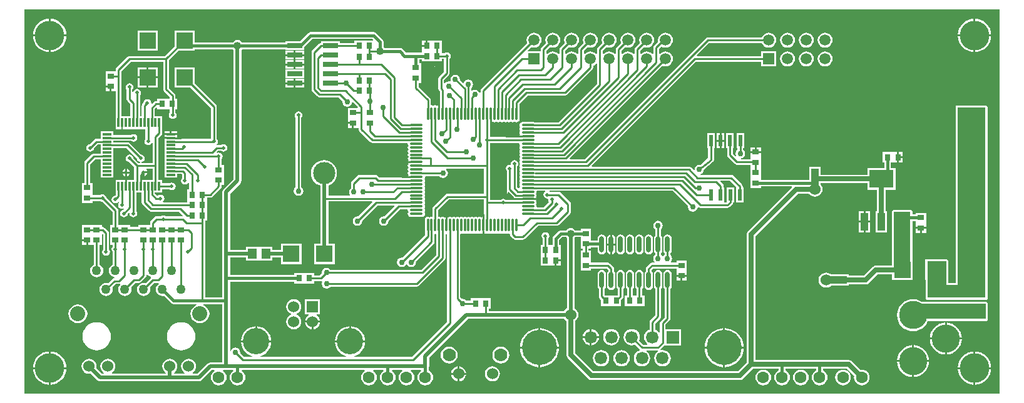
<source format=gtl>
%FSAX43Y43*%
%MOMM*%
G71*
G01*
G75*
G04 Layer_Physical_Order=1*
G04 Layer_Color=255*
%ADD10R,0.800X0.900*%
%ADD11R,0.900X0.800*%
%ADD12O,0.600X2.200*%
%ADD13R,0.508X1.500*%
%ADD14R,2.300X2.300*%
%ADD15R,1.200X1.400*%
%ADD16R,2.200X2.200*%
%ADD17O,1.800X0.300*%
%ADD18O,0.300X1.800*%
%ADD19R,2.540X1.016*%
%ADD20R,1.016X2.540*%
%ADD21R,1.200X0.300*%
%ADD22R,0.300X1.200*%
%ADD23R,2.032X0.635*%
%ADD24R,1.000X2.400*%
%ADD25R,3.300X2.400*%
%ADD26C,0.635*%
%ADD27C,0.254*%
%ADD28C,0.381*%
%ADD29C,0.508*%
%ADD30R,9.779X2.159*%
%ADD31R,7.874X1.778*%
%ADD32R,2.540X4.953*%
%ADD33R,2.286X7.874*%
%ADD34R,3.810X25.781*%
%ADD35R,2.794X2.794*%
%ADD36R,3.429X3.048*%
%ADD37R,3.937X3.937*%
%ADD38R,1.651X1.524*%
%ADD39R,2.032X2.009*%
%ADD40R,1.905X1.778*%
%ADD41R,1.778X1.524*%
%ADD42R,1.270X1.270*%
%ADD43R,3.429X4.953*%
%ADD44R,4.826X2.540*%
%ADD45R,1.397X1.524*%
%ADD46C,1.500*%
%ADD47R,1.500X1.500*%
%ADD48C,4.000*%
%ADD49C,0.762*%
%ADD50C,3.000*%
%ADD51C,0.508*%
%ADD52C,1.016*%
%ADD53C,1.524*%
%ADD54R,1.500X1.500*%
%ADD55C,3.810*%
%ADD56C,1.600*%
%ADD57C,4.760*%
%ADD58R,1.690X1.690*%
%ADD59C,1.690*%
%ADD60C,3.556*%
%ADD61R,1.524X1.524*%
%ADD62C,2.032*%
%ADD63C,1.270*%
%ADD64C,1.778*%
%ADD65C,2.000*%
%ADD66R,2.000X2.000*%
G36*
X0177412Y0059443D02*
X0045473D01*
Y0111499D01*
X0177412D01*
Y0059443D01*
D02*
G37*
%LPC*%
G36*
X0132461Y0076181D02*
X0132245Y0076138D01*
X0132062Y0076015D01*
X0131939Y0075832D01*
X0131896Y0075616D01*
Y0074016D01*
X0131939Y0073800D01*
X0132062Y0073617D01*
X0132073Y0073609D01*
Y0069757D01*
X0131551Y0069236D01*
X0131467Y0069110D01*
X0131438Y0068961D01*
Y0067711D01*
X0131317Y0067670D01*
X0131189Y0067838D01*
X0130959Y0068014D01*
X0130793Y0068083D01*
Y0068927D01*
X0131466Y0069599D01*
X0131550Y0069725D01*
X0131579Y0069874D01*
X0131579Y0069874D01*
X0131579Y0069874D01*
Y0069874D01*
Y0073609D01*
X0131590Y0073617D01*
X0131713Y0073800D01*
X0131756Y0074016D01*
Y0075616D01*
X0131713Y0075832D01*
X0131590Y0076015D01*
X0131407Y0076138D01*
X0131191Y0076181D01*
X0130975Y0076138D01*
X0130792Y0076015D01*
X0130669Y0075832D01*
X0130626Y0075616D01*
Y0074016D01*
X0130669Y0073800D01*
X0130792Y0073617D01*
X0130803Y0073609D01*
Y0070035D01*
X0130130Y0069363D01*
X0130046Y0069237D01*
X0130017Y0069088D01*
Y0068083D01*
X0129851Y0068014D01*
X0129621Y0067838D01*
X0129445Y0067608D01*
X0129334Y0067341D01*
X0129297Y0067054D01*
X0129334Y0066767D01*
X0129445Y0066500D01*
X0129621Y0066270D01*
X0129755Y0066168D01*
X0129714Y0066047D01*
X0129191D01*
X0128637Y0066601D01*
X0128706Y0066767D01*
X0128743Y0067054D01*
X0128706Y0067341D01*
X0128595Y0067608D01*
X0128419Y0067838D01*
X0128189Y0068014D01*
X0127922Y0068125D01*
X0127635Y0068162D01*
X0127348Y0068125D01*
X0127081Y0068014D01*
X0126851Y0067838D01*
X0126675Y0067608D01*
X0126564Y0067341D01*
X0126527Y0067054D01*
X0126564Y0066767D01*
X0126675Y0066500D01*
X0126851Y0066270D01*
X0127081Y0066094D01*
X0127348Y0065983D01*
X0127635Y0065946D01*
X0127922Y0065983D01*
X0128088Y0066052D01*
X0128738Y0065401D01*
X0128714Y0065277D01*
X0128466Y0065174D01*
X0128236Y0064998D01*
X0128060Y0064768D01*
X0127949Y0064501D01*
X0127912Y0064214D01*
X0127949Y0063927D01*
X0128060Y0063660D01*
X0128236Y0063430D01*
X0128466Y0063254D01*
X0128733Y0063143D01*
X0129020Y0063106D01*
X0129307Y0063143D01*
X0129574Y0063254D01*
X0129804Y0063430D01*
X0129980Y0063660D01*
X0130091Y0063927D01*
X0130128Y0064214D01*
X0130091Y0064501D01*
X0129980Y0064768D01*
X0129804Y0064998D01*
X0129605Y0065150D01*
X0129646Y0065271D01*
X0131164D01*
X0131205Y0065150D01*
X0131006Y0064998D01*
X0130830Y0064768D01*
X0130719Y0064501D01*
X0130682Y0064214D01*
X0130719Y0063927D01*
X0130830Y0063660D01*
X0131006Y0063430D01*
X0131236Y0063254D01*
X0131503Y0063143D01*
X0131790Y0063106D01*
X0132077Y0063143D01*
X0132344Y0063254D01*
X0132574Y0063430D01*
X0132750Y0063660D01*
X0132861Y0063927D01*
X0132898Y0064214D01*
X0132861Y0064501D01*
X0132750Y0064768D01*
X0132574Y0064998D01*
X0132344Y0065174D01*
X0132077Y0065285D01*
X0131790Y0065322D01*
X0131541Y0065290D01*
X0131485Y0065404D01*
X0132048Y0065967D01*
X0132076Y0065955D01*
Y0065955D01*
X0132076Y0065955D01*
X0134274D01*
Y0068153D01*
X0132214D01*
Y0068800D01*
X0132736Y0069321D01*
X0132820Y0069447D01*
X0132825Y0069472D01*
X0132849Y0069596D01*
Y0073609D01*
X0132860Y0073617D01*
X0132983Y0073800D01*
X0133026Y0074016D01*
Y0075616D01*
X0132983Y0075832D01*
X0132860Y0076015D01*
X0132677Y0076138D01*
X0132461Y0076181D01*
D02*
G37*
G36*
X0165671Y0072210D02*
X0165248Y0072168D01*
X0164841Y0072045D01*
X0164466Y0071844D01*
X0164137Y0071575D01*
X0163868Y0071246D01*
X0163667Y0070871D01*
X0163544Y0070464D01*
X0163502Y0070040D01*
X0163544Y0069617D01*
X0163667Y0069210D01*
X0163868Y0068835D01*
X0164137Y0068506D01*
X0164466Y0068237D01*
X0164841Y0068036D01*
X0165248Y0067913D01*
X0165671Y0067871D01*
X0166095Y0067913D01*
X0166502Y0068036D01*
X0166877Y0068237D01*
X0167206Y0068506D01*
X0167475Y0068835D01*
X0167676Y0069210D01*
X0175514D01*
X0175613Y0069230D01*
X0175697Y0069286D01*
X0175753Y0069370D01*
X0175773Y0069469D01*
Y0071628D01*
X0175753Y0071727D01*
X0175697Y0071811D01*
X0175613Y0071867D01*
X0175514Y0071887D01*
X0166797D01*
X0166502Y0072045D01*
X0166095Y0072168D01*
X0165671Y0072210D01*
D02*
G37*
G36*
X0122222Y0068146D02*
Y0067181D01*
X0123187D01*
X0123166Y0067341D01*
X0123055Y0067608D01*
X0122879Y0067838D01*
X0122649Y0068014D01*
X0122382Y0068125D01*
X0122222Y0068146D01*
D02*
G37*
G36*
X0164295Y0091313D02*
X0163768D01*
Y0090736D01*
X0164295D01*
Y0091313D01*
D02*
G37*
G36*
X0170243Y0069022D02*
Y0066993D01*
X0172273D01*
X0172244Y0067289D01*
X0172121Y0067696D01*
X0171920Y0068071D01*
X0171651Y0068400D01*
X0171322Y0068669D01*
X0170947Y0068870D01*
X0170540Y0068993D01*
X0170243Y0069022D01*
D02*
G37*
G36*
X0121968Y0068146D02*
X0121808Y0068125D01*
X0121541Y0068014D01*
X0121311Y0067838D01*
X0121135Y0067608D01*
X0121024Y0067341D01*
X0121003Y0067181D01*
X0121968D01*
Y0068146D01*
D02*
G37*
G36*
X0052705Y0071512D02*
X0052373Y0071468D01*
X0052065Y0071340D01*
X0051799Y0071137D01*
X0051596Y0070871D01*
X0051468Y0070563D01*
X0051424Y0070231D01*
X0051468Y0069899D01*
X0051596Y0069591D01*
X0051799Y0069325D01*
X0052065Y0069122D01*
X0052373Y0068994D01*
X0052705Y0068950D01*
X0053037Y0068994D01*
X0053345Y0069122D01*
X0053611Y0069325D01*
X0053814Y0069591D01*
X0053942Y0069899D01*
X0053986Y0070231D01*
X0053942Y0070563D01*
X0053814Y0070871D01*
X0053611Y0071137D01*
X0053345Y0071340D01*
X0053037Y0071468D01*
X0052705Y0071512D01*
D02*
G37*
G36*
X0152138Y0074676D02*
X0151257D01*
Y0073795D01*
X0151395Y0073813D01*
X0151642Y0073916D01*
X0151855Y0074078D01*
X0152017Y0074291D01*
X0152120Y0074538D01*
X0152138Y0074676D01*
D02*
G37*
G36*
X0149479D02*
X0148082D01*
Y0074041D01*
X0149479D01*
Y0074676D01*
D02*
G37*
G36*
X0175514Y0098430D02*
X0171704D01*
X0171605Y0098410D01*
X0171603Y0098409D01*
X0171466D01*
Y0098272D01*
X0171465Y0098270D01*
X0171445Y0098171D01*
Y0074427D01*
X0170439D01*
Y0077343D01*
X0170419Y0077442D01*
X0170363Y0077526D01*
X0170279Y0077582D01*
X0170180Y0077602D01*
X0170151D01*
Y0077604D01*
X0167343D01*
Y0074796D01*
X0167381D01*
Y0074168D01*
Y0072390D01*
X0167401Y0072291D01*
X0167457Y0072207D01*
X0167541Y0072151D01*
X0167640Y0072131D01*
X0175514D01*
X0175613Y0072151D01*
X0175697Y0072207D01*
X0175753Y0072291D01*
X0175773Y0072390D01*
Y0098171D01*
X0175753Y0098270D01*
X0175697Y0098354D01*
X0175613Y0098410D01*
X0175514Y0098430D01*
D02*
G37*
G36*
X0126111Y0076181D02*
X0125895Y0076138D01*
X0125712Y0076015D01*
X0125589Y0075832D01*
X0125546Y0075616D01*
Y0074016D01*
X0125589Y0073800D01*
X0125712Y0073617D01*
X0125723Y0073609D01*
Y0072740D01*
X0125696Y0072713D01*
X0124887D01*
D01*
D01*
X0124887Y0072713D01*
X0124795D01*
Y0072713D01*
X0123986D01*
X0123959Y0072740D01*
Y0073609D01*
X0123970Y0073617D01*
X0124093Y0073800D01*
X0124136Y0074016D01*
Y0075616D01*
X0124093Y0075832D01*
X0123970Y0076015D01*
X0123787Y0076138D01*
X0123571Y0076181D01*
X0123355Y0076138D01*
X0123172Y0076015D01*
X0123049Y0075832D01*
X0123006Y0075616D01*
Y0074016D01*
X0123049Y0073800D01*
X0123172Y0073617D01*
X0123183Y0073609D01*
Y0072579D01*
X0123183Y0072579D01*
X0123183D01*
X0123212Y0072430D01*
X0123296Y0072304D01*
X0123487Y0072114D01*
Y0071305D01*
X0124795D01*
Y0071305D01*
X0124795D01*
X0124795Y0071305D01*
X0124887D01*
Y0071305D01*
X0126195D01*
Y0072114D01*
X0126386Y0072304D01*
X0126470Y0072430D01*
X0126499Y0072579D01*
Y0073609D01*
X0126510Y0073617D01*
X0126633Y0073800D01*
X0126676Y0074016D01*
Y0075616D01*
X0126633Y0075832D01*
X0126510Y0076015D01*
X0126327Y0076138D01*
X0126111Y0076181D01*
D02*
G37*
G36*
X0128651D02*
X0128435Y0076138D01*
X0128252Y0076015D01*
X0128129Y0075832D01*
X0128086Y0075616D01*
Y0074016D01*
X0128129Y0073800D01*
X0128252Y0073617D01*
X0128263Y0073609D01*
Y0072713D01*
X0128062D01*
D01*
D01*
X0128062Y0072713D01*
X0127970D01*
Y0072713D01*
X0127769D01*
Y0073609D01*
X0127780Y0073617D01*
X0127903Y0073800D01*
X0127946Y0074016D01*
Y0075616D01*
X0127903Y0075832D01*
X0127780Y0076015D01*
X0127597Y0076138D01*
X0127381Y0076181D01*
X0127165Y0076138D01*
X0126982Y0076015D01*
X0126859Y0075832D01*
X0126816Y0075616D01*
Y0074016D01*
X0126859Y0073800D01*
X0126982Y0073617D01*
X0126993Y0073609D01*
Y0072713D01*
X0126662D01*
Y0071305D01*
X0127970D01*
Y0071305D01*
X0127970D01*
X0127970Y0071305D01*
X0128062D01*
Y0071305D01*
X0129370D01*
Y0072713D01*
X0129039D01*
Y0073609D01*
X0129050Y0073617D01*
X0129173Y0073800D01*
X0129216Y0074016D01*
Y0075616D01*
X0129173Y0075832D01*
X0129050Y0076015D01*
X0128867Y0076138D01*
X0128651Y0076181D01*
D02*
G37*
G36*
X0151003Y0075811D02*
X0150865Y0075793D01*
X0150618Y0075690D01*
X0150454Y0075565D01*
X0149733D01*
Y0074803D01*
Y0074041D01*
X0150454D01*
X0150618Y0073916D01*
X0150865Y0073813D01*
X0151003Y0073795D01*
Y0074803D01*
Y0075811D01*
D02*
G37*
G36*
X0164295Y0092144D02*
X0163768D01*
Y0091567D01*
X0164295D01*
Y0092144D01*
D02*
G37*
G36*
X0124865Y0068162D02*
X0124578Y0068125D01*
X0124311Y0068014D01*
X0124081Y0067838D01*
X0123905Y0067608D01*
X0123794Y0067341D01*
X0123757Y0067054D01*
X0123794Y0066767D01*
X0123905Y0066500D01*
X0124081Y0066270D01*
X0124311Y0066094D01*
X0124578Y0065983D01*
X0124865Y0065946D01*
X0125152Y0065983D01*
X0125419Y0066094D01*
X0125649Y0066270D01*
X0125825Y0066500D01*
X0125936Y0066767D01*
X0125973Y0067054D01*
X0125936Y0067341D01*
X0125825Y0067608D01*
X0125649Y0067838D01*
X0125419Y0068014D01*
X0125152Y0068125D01*
X0124865Y0068162D01*
D02*
G37*
G36*
X0121968Y0066927D02*
X0121003D01*
X0121024Y0066767D01*
X0121135Y0066500D01*
X0121311Y0066270D01*
X0121541Y0066094D01*
X0121808Y0065983D01*
X0121968Y0065962D01*
Y0066927D01*
D02*
G37*
G36*
X0123187D02*
X0122222D01*
Y0065962D01*
X0122382Y0065983D01*
X0122649Y0066094D01*
X0122879Y0066270D01*
X0123055Y0066500D01*
X0123166Y0066767D01*
X0123187Y0066927D01*
D02*
G37*
G36*
X0115267Y0068266D02*
Y0065761D01*
X0117772D01*
X0117750Y0066047D01*
X0117653Y0066450D01*
X0117494Y0066834D01*
X0117278Y0067187D01*
X0117008Y0067502D01*
X0116693Y0067772D01*
X0116340Y0067988D01*
X0115956Y0068147D01*
X0115553Y0068244D01*
X0115267Y0068266D01*
D02*
G37*
G36*
X0140003D02*
X0139717Y0068244D01*
X0139314Y0068147D01*
X0138930Y0067988D01*
X0138577Y0067772D01*
X0138262Y0067502D01*
X0137992Y0067187D01*
X0137776Y0066834D01*
X0137617Y0066450D01*
X0137520Y0066047D01*
X0137498Y0065761D01*
X0140003D01*
Y0068266D01*
D02*
G37*
G36*
X0140257D02*
Y0065761D01*
X0142762D01*
X0142740Y0066047D01*
X0142643Y0066450D01*
X0142484Y0066834D01*
X0142268Y0067187D01*
X0141998Y0067502D01*
X0141683Y0067772D01*
X0141330Y0067988D01*
X0140946Y0068147D01*
X0140543Y0068244D01*
X0140257Y0068266D01*
D02*
G37*
G36*
X0140168Y0094697D02*
X0139787D01*
Y0093820D01*
X0140168D01*
Y0094697D01*
D02*
G37*
G36*
X0145103Y0092794D02*
X0144526D01*
Y0092267D01*
X0145103D01*
Y0092794D01*
D02*
G37*
G36*
X0144272D02*
X0143695D01*
Y0092267D01*
X0144272D01*
Y0092794D01*
D02*
G37*
G36*
X0169990Y0069022D02*
X0169693Y0068993D01*
X0169286Y0068870D01*
X0168911Y0068669D01*
X0168582Y0068400D01*
X0168313Y0068071D01*
X0168112Y0067696D01*
X0167989Y0067289D01*
X0167960Y0066993D01*
X0169990D01*
Y0069022D01*
D02*
G37*
G36*
X0139533Y0094697D02*
X0139152D01*
Y0093820D01*
X0139533D01*
Y0094697D01*
D02*
G37*
G36*
X0140168Y0093566D02*
X0139787D01*
Y0092689D01*
X0140168D01*
Y0093566D01*
D02*
G37*
G36*
X0139533D02*
X0139152D01*
Y0092689D01*
X0139533D01*
Y0093566D01*
D02*
G37*
G36*
X0134239Y0075246D02*
X0133662D01*
Y0074719D01*
X0134239D01*
Y0075246D01*
D02*
G37*
G36*
X0165354Y0084333D02*
X0163068D01*
X0162969Y0084313D01*
X0162885Y0084257D01*
X0162829Y0084173D01*
X0162809Y0084074D01*
Y0076783D01*
X0160655D01*
X0160432Y0076738D01*
X0160243Y0076612D01*
X0159017Y0075386D01*
X0156972D01*
Y0075565D01*
X0154600D01*
X0154436Y0075690D01*
X0154189Y0075793D01*
X0153924Y0075828D01*
X0153659Y0075793D01*
X0153412Y0075690D01*
X0153199Y0075528D01*
X0153037Y0075315D01*
X0152934Y0075068D01*
X0152899Y0074803D01*
X0152934Y0074538D01*
X0153037Y0074291D01*
X0153199Y0074078D01*
X0153412Y0073916D01*
X0153659Y0073813D01*
X0153924Y0073778D01*
X0154189Y0073813D01*
X0154436Y0073916D01*
X0154600Y0074041D01*
X0156972D01*
Y0074220D01*
X0159258D01*
X0159481Y0074265D01*
X0159670Y0074391D01*
X0159670Y0074391D01*
X0159670Y0074391D01*
X0160896Y0075617D01*
X0162843D01*
Y0074796D01*
X0165651D01*
Y0077604D01*
X0165613D01*
Y0082797D01*
X0166047D01*
Y0082596D01*
X0166047Y0082596D01*
X0166047Y0082504D01*
X0166047D01*
Y0081977D01*
X0167455D01*
Y0082504D01*
D01*
Y0082504D01*
X0167455Y0082504D01*
Y0082596D01*
X0167455D01*
Y0083904D01*
X0166047D01*
Y0083703D01*
X0165613D01*
Y0084074D01*
X0165593Y0084173D01*
X0165537Y0084257D01*
X0165453Y0084313D01*
X0165354Y0084333D01*
D02*
G37*
G36*
X0153162Y0082677D02*
X0152527D01*
Y0081280D01*
X0153162D01*
Y0082677D01*
D02*
G37*
G36*
X0152273D02*
X0151638D01*
Y0081280D01*
X0152273D01*
Y0082677D01*
D02*
G37*
G36*
X0153408Y0084201D02*
X0151392D01*
X0151410Y0084063D01*
X0151513Y0083816D01*
X0151638Y0083652D01*
Y0082931D01*
X0153162D01*
Y0083652D01*
X0153287Y0083816D01*
X0153390Y0084063D01*
X0153408Y0084201D01*
D02*
G37*
G36*
X0159871Y0084152D02*
X0159244D01*
Y0082825D01*
X0159871D01*
Y0084152D01*
D02*
G37*
G36*
X0158990D02*
X0158363D01*
Y0082825D01*
X0158990D01*
Y0084152D01*
D02*
G37*
G36*
X0159871Y0082571D02*
X0159244D01*
Y0081244D01*
X0159871D01*
Y0082571D01*
D02*
G37*
G36*
X0053848Y0080072D02*
X0053271D01*
Y0079545D01*
X0053848D01*
Y0080072D01*
D02*
G37*
G36*
X0124968Y0080956D02*
Y0079743D01*
X0125406D01*
Y0080416D01*
X0125363Y0080632D01*
X0125240Y0080815D01*
X0125057Y0080938D01*
X0124968Y0080956D01*
D02*
G37*
G36*
X0124714D02*
X0124625Y0080938D01*
X0124442Y0080815D01*
X0124319Y0080632D01*
X0124276Y0080416D01*
Y0079743D01*
X0124714D01*
Y0080956D01*
D02*
G37*
G36*
X0158990Y0082571D02*
X0158363D01*
Y0081244D01*
X0158990D01*
Y0082571D01*
D02*
G37*
G36*
X0167455Y0081723D02*
X0166878D01*
Y0081196D01*
X0167455D01*
Y0081723D01*
D02*
G37*
G36*
X0166624D02*
X0166047D01*
Y0081196D01*
X0166624D01*
Y0081723D01*
D02*
G37*
G36*
X0125406Y0079489D02*
X0124968D01*
Y0078276D01*
X0125057Y0078294D01*
X0125240Y0078417D01*
X0125363Y0078600D01*
X0125406Y0078816D01*
Y0079489D01*
D02*
G37*
G36*
X0131191Y0082832D02*
X0130943Y0082783D01*
X0130733Y0082642D01*
X0130593Y0082432D01*
X0130544Y0082185D01*
X0130593Y0081937D01*
X0130733Y0081727D01*
X0130803Y0081680D01*
Y0080823D01*
X0130792Y0080815D01*
X0130669Y0080632D01*
X0130626Y0080416D01*
Y0078816D01*
X0130669Y0078600D01*
X0130792Y0078417D01*
X0130803Y0078409D01*
Y0078228D01*
X0130733Y0078182D01*
X0130593Y0077972D01*
X0130544Y0077724D01*
X0130593Y0077476D01*
X0130730Y0077270D01*
X0130670Y0077158D01*
X0130364D01*
X0130215Y0077129D01*
X0130089Y0077045D01*
X0129646Y0076602D01*
X0129562Y0076476D01*
X0129533Y0076327D01*
Y0076023D01*
X0129522Y0076015D01*
X0129399Y0075832D01*
X0129356Y0075616D01*
Y0074016D01*
X0129399Y0073800D01*
X0129522Y0073617D01*
X0129705Y0073494D01*
X0129921Y0073451D01*
X0130137Y0073494D01*
X0130320Y0073617D01*
X0130443Y0073800D01*
X0130486Y0074016D01*
Y0075616D01*
X0130443Y0075832D01*
X0130320Y0076015D01*
X0130309Y0076023D01*
Y0076166D01*
X0130525Y0076382D01*
X0133662D01*
Y0076119D01*
X0133662Y0076119D01*
X0133662Y0076027D01*
X0133662D01*
Y0075500D01*
X0135070D01*
Y0076027D01*
D01*
Y0076027D01*
X0135070Y0076027D01*
Y0076119D01*
X0135070D01*
Y0077427D01*
X0133662D01*
Y0077158D01*
X0132982D01*
X0132922Y0077270D01*
X0133059Y0077476D01*
X0133108Y0077724D01*
X0133059Y0077972D01*
X0132919Y0078182D01*
X0132849Y0078228D01*
Y0078409D01*
X0132860Y0078417D01*
X0132983Y0078600D01*
X0133026Y0078816D01*
Y0080416D01*
X0132983Y0080632D01*
X0132860Y0080815D01*
X0132677Y0080938D01*
X0132461Y0080981D01*
X0132245Y0080938D01*
X0132062Y0080815D01*
X0131939Y0080632D01*
X0131896Y0080416D01*
Y0078816D01*
X0131939Y0078600D01*
X0132062Y0078417D01*
X0132073Y0078409D01*
Y0078228D01*
X0132003Y0078182D01*
X0131889Y0078012D01*
X0131762D01*
X0131649Y0078182D01*
X0131579Y0078228D01*
Y0078409D01*
X0131590Y0078417D01*
X0131713Y0078600D01*
X0131756Y0078816D01*
Y0080416D01*
X0131713Y0080632D01*
X0131590Y0080815D01*
X0131579Y0080823D01*
Y0081680D01*
X0131649Y0081727D01*
X0131789Y0081937D01*
X0131838Y0082185D01*
X0131789Y0082432D01*
X0131649Y0082642D01*
X0131439Y0082783D01*
X0131191Y0082832D01*
D02*
G37*
G36*
X0118005Y0077343D02*
X0117478D01*
Y0076766D01*
X0118005D01*
Y0077343D01*
D02*
G37*
G36*
X0055949Y0082253D02*
X0053271D01*
Y0080945D01*
X0053271Y0080945D01*
X0053271Y0080853D01*
X0053271D01*
Y0080326D01*
X0053975D01*
Y0080199D01*
X0054102D01*
Y0079545D01*
X0054857D01*
Y0076874D01*
X0054797Y0076850D01*
X0054611Y0076707D01*
X0054468Y0076521D01*
X0054379Y0076305D01*
X0054348Y0076073D01*
X0054379Y0075841D01*
X0054468Y0075625D01*
X0054611Y0075439D01*
X0054797Y0075296D01*
X0055013Y0075207D01*
X0055245Y0075176D01*
X0055477Y0075207D01*
X0055693Y0075296D01*
X0055879Y0075439D01*
X0056022Y0075625D01*
X0056111Y0075841D01*
X0056142Y0076073D01*
X0056111Y0076305D01*
X0056022Y0076521D01*
X0055879Y0076707D01*
X0055693Y0076850D01*
X0055633Y0076874D01*
Y0079545D01*
X0055949D01*
Y0080853D01*
D01*
Y0080853D01*
X0055949Y0080853D01*
Y0080945D01*
X0055949D01*
Y0081004D01*
X0056021Y0081033D01*
X0056127Y0080963D01*
Y0078946D01*
X0056036Y0078811D01*
X0055997Y0078613D01*
X0056036Y0078415D01*
X0056149Y0078247D01*
X0056317Y0078134D01*
X0056515Y0078095D01*
X0056713Y0078134D01*
X0056881Y0078247D01*
X0056994Y0078415D01*
X0057033Y0078613D01*
X0056994Y0078811D01*
X0056903Y0078946D01*
Y0081153D01*
X0056874Y0081302D01*
X0056790Y0081428D01*
X0056344Y0081874D01*
X0056218Y0081958D01*
X0056069Y0081987D01*
X0055949D01*
Y0082253D01*
D02*
G37*
G36*
X0135070Y0075246D02*
X0134493D01*
Y0074719D01*
X0135070D01*
Y0075246D01*
D02*
G37*
G36*
X0149479Y0075565D02*
X0148082D01*
Y0074930D01*
X0149479D01*
Y0075565D01*
D02*
G37*
G36*
X0151257Y0075811D02*
Y0074930D01*
X0152138D01*
X0152120Y0075068D01*
X0152017Y0075315D01*
X0151855Y0075528D01*
X0151642Y0075690D01*
X0151395Y0075793D01*
X0151257Y0075811D01*
D02*
G37*
G36*
X0126111Y0080981D02*
X0125895Y0080938D01*
X0125712Y0080815D01*
X0125589Y0080632D01*
X0125546Y0080416D01*
Y0078816D01*
X0125589Y0078600D01*
X0125712Y0078417D01*
X0125895Y0078294D01*
X0126111Y0078251D01*
X0126327Y0078294D01*
X0126510Y0078417D01*
X0126633Y0078600D01*
X0126676Y0078816D01*
Y0080416D01*
X0126633Y0080632D01*
X0126510Y0080815D01*
X0126327Y0080938D01*
X0126111Y0080981D01*
D02*
G37*
G36*
X0152273Y0085336D02*
X0152135Y0085318D01*
X0151888Y0085215D01*
X0151675Y0085053D01*
X0151513Y0084840D01*
X0151410Y0084593D01*
X0151392Y0084455D01*
X0152273D01*
Y0085336D01*
D02*
G37*
G36*
X0129921Y0080981D02*
X0129705Y0080938D01*
X0129522Y0080815D01*
X0129399Y0080632D01*
X0129356Y0080416D01*
Y0078816D01*
X0129399Y0078600D01*
X0129522Y0078417D01*
X0129705Y0078294D01*
X0129921Y0078251D01*
X0130137Y0078294D01*
X0130320Y0078417D01*
X0130443Y0078600D01*
X0130486Y0078816D01*
Y0080416D01*
X0130443Y0080632D01*
X0130320Y0080815D01*
X0130137Y0080938D01*
X0129921Y0080981D01*
D02*
G37*
G36*
X0124714Y0079489D02*
X0124276D01*
Y0078816D01*
X0124319Y0078600D01*
X0124442Y0078417D01*
X0124625Y0078294D01*
X0124714Y0078276D01*
Y0079489D01*
D02*
G37*
G36*
X0127381Y0080981D02*
X0127165Y0080938D01*
X0126982Y0080815D01*
X0126859Y0080632D01*
X0126816Y0080416D01*
Y0078816D01*
X0126859Y0078600D01*
X0126982Y0078417D01*
X0127165Y0078294D01*
X0127381Y0078251D01*
X0127597Y0078294D01*
X0127780Y0078417D01*
X0127903Y0078600D01*
X0127946Y0078816D01*
Y0080416D01*
X0127903Y0080632D01*
X0127780Y0080815D01*
X0127597Y0080938D01*
X0127381Y0080981D01*
D02*
G37*
G36*
X0128651D02*
X0128435Y0080938D01*
X0128252Y0080815D01*
X0128129Y0080632D01*
X0128086Y0080416D01*
Y0078816D01*
X0128129Y0078600D01*
X0128252Y0078417D01*
X0128435Y0078294D01*
X0128651Y0078251D01*
X0128867Y0078294D01*
X0129050Y0078417D01*
X0129173Y0078600D01*
X0129216Y0078816D01*
Y0080416D01*
X0129173Y0080632D01*
X0129050Y0080815D01*
X0128867Y0080938D01*
X0128651Y0080981D01*
D02*
G37*
G36*
X0152527Y0085336D02*
Y0084455D01*
X0153408D01*
X0153390Y0084593D01*
X0153287Y0084840D01*
X0153125Y0085053D01*
X0152912Y0085215D01*
X0152665Y0085318D01*
X0152527Y0085336D01*
D02*
G37*
G36*
X0048768Y0062738D02*
X0046643D01*
X0046674Y0062423D01*
X0046803Y0061998D01*
X0047012Y0061607D01*
X0047293Y0061263D01*
X0047637Y0060982D01*
X0048028Y0060772D01*
X0048453Y0060644D01*
X0048768Y0060613D01*
Y0062738D01*
D02*
G37*
G36*
X0051147D02*
X0049022D01*
Y0060613D01*
X0049337Y0060644D01*
X0049762Y0060772D01*
X0050153Y0060982D01*
X0050497Y0061263D01*
X0050778Y0061607D01*
X0050987Y0061998D01*
X0051116Y0062423D01*
X0051147Y0062738D01*
D02*
G37*
G36*
X0173863D02*
X0171738D01*
X0171769Y0062423D01*
X0171898Y0061998D01*
X0172107Y0061607D01*
X0172388Y0061263D01*
X0172732Y0060982D01*
X0173123Y0060772D01*
X0173548Y0060644D01*
X0173863Y0060613D01*
Y0062738D01*
D02*
G37*
G36*
X0145415Y0062658D02*
X0145140Y0062622D01*
X0144883Y0062516D01*
X0144663Y0062347D01*
X0144494Y0062127D01*
X0144388Y0061870D01*
X0144352Y0061595D01*
X0144388Y0061320D01*
X0144494Y0061063D01*
X0144663Y0060843D01*
X0144883Y0060674D01*
X0145140Y0060568D01*
X0145415Y0060532D01*
X0145690Y0060568D01*
X0145947Y0060674D01*
X0146167Y0060843D01*
X0146336Y0061063D01*
X0146442Y0061320D01*
X0146478Y0061595D01*
X0146442Y0061870D01*
X0146336Y0062127D01*
X0146167Y0062347D01*
X0145947Y0062516D01*
X0145690Y0062622D01*
X0145415Y0062658D01*
D02*
G37*
G36*
X0150495D02*
X0150220Y0062622D01*
X0149963Y0062516D01*
X0149743Y0062347D01*
X0149574Y0062127D01*
X0149468Y0061870D01*
X0149432Y0061595D01*
X0149468Y0061320D01*
X0149574Y0061063D01*
X0149743Y0060843D01*
X0149963Y0060674D01*
X0150220Y0060568D01*
X0150495Y0060532D01*
X0150770Y0060568D01*
X0151027Y0060674D01*
X0151247Y0060843D01*
X0151416Y0061063D01*
X0151522Y0061320D01*
X0151558Y0061595D01*
X0151522Y0061870D01*
X0151416Y0062127D01*
X0151247Y0062347D01*
X0151027Y0062516D01*
X0150770Y0062622D01*
X0150495Y0062658D01*
D02*
G37*
G36*
X0156210D02*
X0155935Y0062622D01*
X0155678Y0062516D01*
X0155458Y0062347D01*
X0155289Y0062127D01*
X0155183Y0061870D01*
X0155147Y0061595D01*
X0155183Y0061320D01*
X0155289Y0061063D01*
X0155458Y0060843D01*
X0155678Y0060674D01*
X0155935Y0060568D01*
X0156210Y0060532D01*
X0156485Y0060568D01*
X0156742Y0060674D01*
X0156962Y0060843D01*
X0157131Y0061063D01*
X0157237Y0061320D01*
X0157273Y0061595D01*
X0157237Y0061870D01*
X0157131Y0062127D01*
X0156962Y0062347D01*
X0156742Y0062516D01*
X0156485Y0062622D01*
X0156210Y0062658D01*
D02*
G37*
G36*
X0176242Y0062738D02*
X0174117D01*
Y0060613D01*
X0174432Y0060644D01*
X0174857Y0060772D01*
X0175248Y0060982D01*
X0175592Y0061263D01*
X0175873Y0061607D01*
X0176083Y0061998D01*
X0176211Y0062423D01*
X0176242Y0062738D01*
D02*
G37*
G36*
X0108775Y0063128D02*
X0108510Y0063093D01*
X0108263Y0062990D01*
X0108051Y0062828D01*
X0107888Y0062615D01*
X0107786Y0062368D01*
X0107751Y0062103D01*
X0107786Y0061838D01*
X0107888Y0061591D01*
X0108051Y0061378D01*
X0108263Y0061216D01*
X0108510Y0061113D01*
X0108775Y0061078D01*
X0109041Y0061113D01*
X0109288Y0061216D01*
X0109500Y0061378D01*
X0109663Y0061591D01*
X0109765Y0061838D01*
X0109800Y0062103D01*
X0109765Y0062368D01*
X0109663Y0062615D01*
X0109500Y0062828D01*
X0109288Y0062990D01*
X0109041Y0063093D01*
X0108775Y0063128D01*
D02*
G37*
G36*
X0104076Y0061976D02*
X0103195D01*
X0103214Y0061838D01*
X0103316Y0061591D01*
X0103479Y0061378D01*
X0103691Y0061216D01*
X0103938Y0061113D01*
X0104076Y0061095D01*
Y0061976D01*
D02*
G37*
G36*
X0105212D02*
X0104330D01*
Y0061095D01*
X0104469Y0061113D01*
X0104716Y0061216D01*
X0104928Y0061378D01*
X0105091Y0061591D01*
X0105193Y0061838D01*
X0105212Y0061976D01*
D02*
G37*
G36*
X0153772Y0105788D02*
X0153510Y0105753D01*
X0153265Y0105652D01*
X0153056Y0105491D01*
X0152895Y0105281D01*
X0152793Y0105037D01*
X0152759Y0104775D01*
X0152793Y0104513D01*
X0152895Y0104269D01*
X0153056Y0104059D01*
X0153265Y0103898D01*
X0153510Y0103797D01*
X0153772Y0103762D01*
X0154034Y0103797D01*
X0154278Y0103898D01*
X0154488Y0104059D01*
X0154649Y0104269D01*
X0154750Y0104513D01*
X0154784Y0104775D01*
X0154750Y0105037D01*
X0154649Y0105281D01*
X0154488Y0105491D01*
X0154278Y0105652D01*
X0154034Y0105753D01*
X0153772Y0105788D01*
D02*
G37*
G36*
X0151232D02*
X0150969Y0105753D01*
X0150725Y0105652D01*
X0150516Y0105491D01*
X0150355Y0105281D01*
X0150253Y0105037D01*
X0150219Y0104775D01*
X0150253Y0104513D01*
X0150355Y0104269D01*
X0150516Y0104059D01*
X0150725Y0103898D01*
X0150969Y0103797D01*
X0151232Y0103762D01*
X0151494Y0103797D01*
X0151738Y0103898D01*
X0151948Y0104059D01*
X0152109Y0104269D01*
X0152210Y0104513D01*
X0152244Y0104775D01*
X0152210Y0105037D01*
X0152109Y0105281D01*
X0151948Y0105491D01*
X0151738Y0105652D01*
X0151494Y0105753D01*
X0151232Y0105788D01*
D02*
G37*
G36*
X0148692D02*
X0148430Y0105753D01*
X0148185Y0105652D01*
X0147976Y0105491D01*
X0147815Y0105281D01*
X0147713Y0105037D01*
X0147679Y0104775D01*
X0147713Y0104513D01*
X0147815Y0104269D01*
X0147976Y0104059D01*
X0148185Y0103898D01*
X0148430Y0103797D01*
X0148692Y0103762D01*
X0148954Y0103797D01*
X0149198Y0103898D01*
X0149408Y0104059D01*
X0149569Y0104269D01*
X0149670Y0104513D01*
X0149704Y0104775D01*
X0149670Y0105037D01*
X0149569Y0105281D01*
X0149408Y0105491D01*
X0149198Y0105652D01*
X0148954Y0105753D01*
X0148692Y0105788D01*
D02*
G37*
G36*
X0048768Y0107823D02*
X0046643D01*
X0046674Y0107508D01*
X0046803Y0107083D01*
X0047012Y0106692D01*
X0047293Y0106348D01*
X0047637Y0106067D01*
X0048028Y0105857D01*
X0048453Y0105729D01*
X0048768Y0105698D01*
Y0107823D01*
D02*
G37*
G36*
Y0110202D02*
X0048453Y0110171D01*
X0048028Y0110043D01*
X0047637Y0109833D01*
X0047293Y0109552D01*
X0047012Y0109208D01*
X0046803Y0108817D01*
X0046674Y0108392D01*
X0046643Y0108077D01*
X0048768D01*
Y0110202D01*
D02*
G37*
G36*
X0099757Y0107257D02*
X0099230D01*
Y0106680D01*
X0099757D01*
Y0107257D01*
D02*
G37*
G36*
X0153772Y0108328D02*
X0153510Y0108293D01*
X0153265Y0108192D01*
X0153056Y0108031D01*
X0152895Y0107821D01*
X0152793Y0107577D01*
X0152759Y0107315D01*
X0152793Y0107053D01*
X0152895Y0106809D01*
X0153056Y0106599D01*
X0153265Y0106438D01*
X0153510Y0106337D01*
X0153772Y0106302D01*
X0154034Y0106337D01*
X0154278Y0106438D01*
X0154488Y0106599D01*
X0154649Y0106809D01*
X0154750Y0107053D01*
X0154784Y0107315D01*
X0154750Y0107577D01*
X0154649Y0107821D01*
X0154488Y0108031D01*
X0154278Y0108192D01*
X0154034Y0108293D01*
X0153772Y0108328D01*
D02*
G37*
G36*
X0174117Y0110202D02*
Y0108077D01*
X0176242D01*
X0176211Y0108392D01*
X0176083Y0108817D01*
X0175873Y0109208D01*
X0175592Y0109552D01*
X0175248Y0109833D01*
X0174857Y0110043D01*
X0174432Y0110171D01*
X0174117Y0110202D01*
D02*
G37*
G36*
X0173863D02*
X0173548Y0110171D01*
X0173123Y0110043D01*
X0172732Y0109833D01*
X0172388Y0109552D01*
X0172107Y0109208D01*
X0171898Y0108817D01*
X0171769Y0108392D01*
X0171738Y0108077D01*
X0173863D01*
Y0110202D01*
D02*
G37*
G36*
X0049022D02*
Y0108077D01*
X0051147D01*
X0051116Y0108392D01*
X0050987Y0108817D01*
X0050778Y0109208D01*
X0050497Y0109552D01*
X0050153Y0109833D01*
X0049762Y0110043D01*
X0049337Y0110171D01*
X0049022Y0110202D01*
D02*
G37*
G36*
X0151232Y0108328D02*
X0150969Y0108293D01*
X0150725Y0108192D01*
X0150516Y0108031D01*
X0150355Y0107821D01*
X0150253Y0107577D01*
X0150219Y0107315D01*
X0150253Y0107053D01*
X0150355Y0106809D01*
X0150516Y0106599D01*
X0150725Y0106438D01*
X0150969Y0106337D01*
X0151232Y0106302D01*
X0151494Y0106337D01*
X0151738Y0106438D01*
X0151948Y0106599D01*
X0152109Y0106809D01*
X0152210Y0107053D01*
X0152244Y0107315D01*
X0152210Y0107577D01*
X0152109Y0107821D01*
X0151948Y0108031D01*
X0151738Y0108192D01*
X0151494Y0108293D01*
X0151232Y0108328D01*
D02*
G37*
G36*
X0176242Y0107823D02*
X0174117D01*
Y0105698D01*
X0174432Y0105729D01*
X0174857Y0105857D01*
X0175248Y0106067D01*
X0175592Y0106348D01*
X0175873Y0106692D01*
X0176083Y0107083D01*
X0176211Y0107508D01*
X0176242Y0107823D01*
D02*
G37*
G36*
X0173863D02*
X0171738D01*
X0171769Y0107508D01*
X0171898Y0107083D01*
X0172107Y0106692D01*
X0172388Y0106348D01*
X0172732Y0106067D01*
X0173123Y0105857D01*
X0173548Y0105729D01*
X0173863Y0105698D01*
Y0107823D01*
D02*
G37*
G36*
X0051147D02*
X0049022D01*
Y0105698D01*
X0049337Y0105729D01*
X0049762Y0105857D01*
X0050153Y0106067D01*
X0050497Y0106348D01*
X0050778Y0106692D01*
X0050987Y0107083D01*
X0051116Y0107508D01*
X0051147Y0107823D01*
D02*
G37*
G36*
X0148692Y0108328D02*
X0148430Y0108293D01*
X0148185Y0108192D01*
X0147976Y0108031D01*
X0147815Y0107821D01*
X0147713Y0107577D01*
X0147679Y0107315D01*
X0147713Y0107053D01*
X0147815Y0106809D01*
X0147976Y0106599D01*
X0148185Y0106438D01*
X0148430Y0106337D01*
X0148692Y0106302D01*
X0148954Y0106337D01*
X0149198Y0106438D01*
X0149408Y0106599D01*
X0149569Y0106809D01*
X0149670Y0107053D01*
X0149704Y0107315D01*
X0149670Y0107577D01*
X0149569Y0107821D01*
X0149408Y0108031D01*
X0149198Y0108192D01*
X0148954Y0108293D01*
X0148692Y0108328D01*
D02*
G37*
G36*
X0068497Y0108629D02*
X0065789D01*
Y0106470D01*
X0064482Y0105163D01*
X0059690D01*
X0059541Y0105134D01*
X0059415Y0105050D01*
X0057935Y0103570D01*
X0057851Y0103444D01*
X0057822Y0103295D01*
Y0103081D01*
X0056446D01*
Y0101773D01*
X0056446Y0101773D01*
X0056446Y0101681D01*
X0056446D01*
Y0101154D01*
X0057150D01*
Y0101027D01*
X0057277D01*
Y0100373D01*
X0057822D01*
Y0096975D01*
X0057806D01*
Y0095267D01*
X0058614D01*
Y0096121D01*
X0058806D01*
Y0095267D01*
X0059806D01*
Y0095267D01*
X0061822D01*
Y0093902D01*
X0061751Y0093797D01*
X0061712Y0093599D01*
X0061751Y0093401D01*
X0061864Y0093233D01*
X0062032Y0093120D01*
X0062230Y0093081D01*
X0062428Y0093120D01*
X0062596Y0093233D01*
X0062700Y0093388D01*
X0062822Y0093351D01*
Y0090685D01*
X0061311D01*
X0061298Y0090812D01*
X0061412Y0090834D01*
X0061580Y0090947D01*
X0061693Y0091115D01*
X0061732Y0091313D01*
X0061693Y0091511D01*
X0061580Y0091679D01*
X0061412Y0091792D01*
X0061253Y0091823D01*
X0059731Y0093346D01*
X0059605Y0093430D01*
X0059456Y0093459D01*
X0057514D01*
Y0093667D01*
Y0093683D01*
X0059901D01*
X0060036Y0093592D01*
X0060234Y0093553D01*
X0060432Y0093592D01*
X0060600Y0093705D01*
X0060713Y0093873D01*
X0060752Y0094071D01*
X0060713Y0094269D01*
X0060600Y0094437D01*
X0060432Y0094550D01*
X0060234Y0094589D01*
X0060036Y0094550D01*
X0059901Y0094459D01*
X0057514D01*
Y0094975D01*
X0055806D01*
Y0094167D01*
Y0093975D01*
Y0093959D01*
X0055217D01*
X0055068Y0093930D01*
X0054942Y0093846D01*
X0054317Y0093220D01*
X0054158Y0093189D01*
X0053990Y0093076D01*
X0053877Y0092908D01*
X0053838Y0092710D01*
X0053877Y0092512D01*
X0053990Y0092344D01*
X0054158Y0092231D01*
X0054356Y0092192D01*
X0054554Y0092231D01*
X0054722Y0092344D01*
X0054835Y0092512D01*
X0054866Y0092671D01*
X0055378Y0093183D01*
X0055806D01*
Y0093167D01*
Y0092667D01*
Y0092167D01*
Y0091975D01*
Y0091959D01*
X0054868D01*
X0054719Y0091930D01*
X0054593Y0091846D01*
X0053704Y0090957D01*
X0053620Y0090831D01*
X0053591Y0090682D01*
Y0087968D01*
X0053271D01*
Y0086660D01*
X0053271Y0086660D01*
X0053271Y0086568D01*
X0053271D01*
Y0085260D01*
X0054679D01*
Y0085526D01*
X0055739D01*
X0055874Y0085435D01*
X0056033Y0085404D01*
X0057397Y0084040D01*
Y0082253D01*
X0057081D01*
Y0080945D01*
X0057081Y0080945D01*
X0057081Y0080853D01*
X0057081D01*
Y0079545D01*
X0057397D01*
Y0079327D01*
X0057306Y0079192D01*
X0057267Y0078994D01*
X0057306Y0078796D01*
X0057397Y0078661D01*
Y0076874D01*
X0057337Y0076850D01*
X0057151Y0076707D01*
X0057008Y0076521D01*
X0056919Y0076305D01*
X0056888Y0076073D01*
X0056919Y0075841D01*
X0057008Y0075625D01*
X0057151Y0075439D01*
X0057337Y0075296D01*
X0057553Y0075207D01*
X0057672Y0075191D01*
X0057664Y0075064D01*
X0057658D01*
X0057509Y0075035D01*
X0057383Y0074951D01*
X0056807Y0074374D01*
X0056747Y0074399D01*
X0056515Y0074430D01*
X0056283Y0074399D01*
X0056067Y0074310D01*
X0055881Y0074167D01*
X0055738Y0073981D01*
X0055649Y0073765D01*
X0055618Y0073533D01*
X0055649Y0073301D01*
X0055738Y0073085D01*
X0055881Y0072899D01*
X0056067Y0072756D01*
X0056283Y0072667D01*
X0056515Y0072636D01*
X0056747Y0072667D01*
X0056963Y0072756D01*
X0057149Y0072899D01*
X0057292Y0073085D01*
X0057381Y0073301D01*
X0057412Y0073533D01*
X0057381Y0073765D01*
X0057356Y0073825D01*
X0057819Y0074288D01*
X0058293D01*
X0058403Y0074310D01*
X0058456Y0074194D01*
X0058421Y0074167D01*
X0058278Y0073981D01*
X0058189Y0073765D01*
X0058158Y0073533D01*
X0058189Y0073301D01*
X0058278Y0073085D01*
X0058421Y0072899D01*
X0058607Y0072756D01*
X0058823Y0072667D01*
X0059055Y0072636D01*
X0059287Y0072667D01*
X0059503Y0072756D01*
X0059689Y0072899D01*
X0059832Y0073085D01*
X0059921Y0073301D01*
X0059952Y0073533D01*
X0059921Y0073765D01*
X0059896Y0073825D01*
X0060486Y0074415D01*
X0060960D01*
X0061109Y0074444D01*
X0061235Y0074528D01*
X0061870Y0075163D01*
X0061954Y0075289D01*
X0061983Y0075438D01*
Y0075564D01*
X0062104Y0075605D01*
X0062231Y0075439D01*
X0062417Y0075296D01*
X0062602Y0075220D01*
X0062614Y0075093D01*
X0062590Y0075078D01*
X0061887Y0074374D01*
X0061827Y0074399D01*
X0061595Y0074430D01*
X0061363Y0074399D01*
X0061147Y0074310D01*
X0060961Y0074167D01*
X0060818Y0073981D01*
X0060729Y0073765D01*
X0060698Y0073533D01*
X0060729Y0073301D01*
X0060818Y0073085D01*
X0060961Y0072899D01*
X0061147Y0072756D01*
X0061363Y0072667D01*
X0061595Y0072636D01*
X0061827Y0072667D01*
X0062043Y0072756D01*
X0062229Y0072899D01*
X0062372Y0073085D01*
X0062461Y0073301D01*
X0062492Y0073533D01*
X0062461Y0073765D01*
X0062436Y0073825D01*
X0063026Y0074415D01*
X0063626D01*
X0063628Y0074407D01*
X0063653Y0074284D01*
X0063501Y0074167D01*
X0063358Y0073981D01*
X0063269Y0073765D01*
X0063238Y0073533D01*
X0063269Y0073301D01*
X0063358Y0073085D01*
X0063501Y0072899D01*
X0063687Y0072756D01*
X0063903Y0072667D01*
X0064135Y0072636D01*
X0064361Y0072666D01*
X0065339Y0071689D01*
X0065486Y0071590D01*
X0065659Y0071556D01*
X0065659Y0071556D01*
X0068769D01*
X0068794Y0071431D01*
X0068575Y0071340D01*
X0068309Y0071137D01*
X0068106Y0070871D01*
X0067978Y0070563D01*
X0067934Y0070231D01*
X0067978Y0069899D01*
X0068106Y0069591D01*
X0068309Y0069325D01*
X0068575Y0069122D01*
X0068883Y0068994D01*
X0069215Y0068950D01*
X0069547Y0068994D01*
X0069855Y0069122D01*
X0070121Y0069325D01*
X0070324Y0069591D01*
X0070452Y0069899D01*
X0070496Y0070231D01*
X0070452Y0070563D01*
X0070324Y0070871D01*
X0070121Y0071137D01*
X0069855Y0071340D01*
X0069636Y0071431D01*
X0069661Y0071556D01*
X0072253D01*
Y0063637D01*
X0070612D01*
X0070414Y0063598D01*
X0070246Y0063485D01*
X0068873Y0062113D01*
X0068253D01*
X0068219Y0062194D01*
X0068206Y0062233D01*
X0068416Y0062394D01*
X0068578Y0062607D01*
X0068681Y0062854D01*
X0068716Y0063119D01*
X0068681Y0063384D01*
X0068578Y0063631D01*
X0068416Y0063844D01*
X0068203Y0064006D01*
X0067956Y0064109D01*
X0067691Y0064144D01*
X0067426Y0064109D01*
X0067179Y0064006D01*
X0066966Y0063844D01*
X0066804Y0063631D01*
X0066701Y0063384D01*
X0066666Y0063119D01*
X0066701Y0062854D01*
X0066804Y0062607D01*
X0066966Y0062394D01*
X0067176Y0062233D01*
X0067163Y0062194D01*
X0067130Y0062113D01*
X0065669D01*
Y0062236D01*
X0065876Y0062394D01*
X0066038Y0062607D01*
X0066141Y0062854D01*
X0066176Y0063119D01*
X0066141Y0063384D01*
X0066038Y0063631D01*
X0065876Y0063844D01*
X0065663Y0064006D01*
X0065416Y0064109D01*
X0065151Y0064144D01*
X0064886Y0064109D01*
X0064639Y0064006D01*
X0064426Y0063844D01*
X0064264Y0063631D01*
X0064161Y0063384D01*
X0064126Y0063119D01*
X0064161Y0062854D01*
X0064264Y0062607D01*
X0064426Y0062394D01*
X0064633Y0062236D01*
Y0062113D01*
X0057331D01*
X0057297Y0062194D01*
X0057284Y0062233D01*
X0057494Y0062394D01*
X0057656Y0062607D01*
X0057759Y0062854D01*
X0057794Y0063119D01*
X0057759Y0063384D01*
X0057656Y0063631D01*
X0057494Y0063844D01*
X0057281Y0064006D01*
X0057034Y0064109D01*
X0056769Y0064144D01*
X0056504Y0064109D01*
X0056257Y0064006D01*
X0056044Y0063844D01*
X0055882Y0063631D01*
X0055779Y0063384D01*
X0055744Y0063119D01*
X0055779Y0062854D01*
X0055882Y0062607D01*
X0056044Y0062394D01*
X0056254Y0062233D01*
X0056241Y0062194D01*
X0056208Y0062113D01*
X0055968D01*
X0055220Y0062861D01*
X0055254Y0063119D01*
X0055219Y0063384D01*
X0055116Y0063631D01*
X0054954Y0063844D01*
X0054741Y0064006D01*
X0054494Y0064109D01*
X0054229Y0064144D01*
X0053964Y0064109D01*
X0053717Y0064006D01*
X0053504Y0063844D01*
X0053342Y0063631D01*
X0053239Y0063384D01*
X0053204Y0063119D01*
X0053239Y0062854D01*
X0053342Y0062607D01*
X0053504Y0062394D01*
X0053717Y0062232D01*
X0053964Y0062129D01*
X0054229Y0062094D01*
X0054487Y0062128D01*
X0055387Y0061229D01*
X0055555Y0061116D01*
X0055753Y0061077D01*
X0069088D01*
X0069286Y0061116D01*
X0069454Y0061229D01*
X0069454Y0061229D01*
X0069454Y0061229D01*
X0070827Y0062601D01*
X0071137D01*
X0071178Y0062481D01*
X0071003Y0062347D01*
X0070834Y0062127D01*
X0070728Y0061870D01*
X0070692Y0061595D01*
X0070728Y0061320D01*
X0070834Y0061063D01*
X0071003Y0060843D01*
X0071223Y0060674D01*
X0071480Y0060568D01*
X0071755Y0060532D01*
X0072030Y0060568D01*
X0072287Y0060674D01*
X0072507Y0060843D01*
X0072676Y0061063D01*
X0072782Y0061320D01*
X0072818Y0061595D01*
X0072782Y0061870D01*
X0072676Y0062127D01*
X0072507Y0062347D01*
X0072332Y0062481D01*
X0072373Y0062601D01*
X0073677D01*
X0073718Y0062481D01*
X0073543Y0062347D01*
X0073374Y0062127D01*
X0073268Y0061870D01*
X0073232Y0061595D01*
X0073268Y0061320D01*
X0073374Y0061063D01*
X0073543Y0060843D01*
X0073763Y0060674D01*
X0074020Y0060568D01*
X0074295Y0060532D01*
X0074570Y0060568D01*
X0074827Y0060674D01*
X0075047Y0060843D01*
X0075216Y0061063D01*
X0075322Y0061320D01*
X0075358Y0061595D01*
X0075322Y0061870D01*
X0075216Y0062127D01*
X0075047Y0062347D01*
X0074872Y0062481D01*
X0074913Y0062601D01*
X0091457D01*
X0091498Y0062481D01*
X0091323Y0062347D01*
X0091154Y0062127D01*
X0091048Y0061870D01*
X0091012Y0061595D01*
X0091048Y0061320D01*
X0091154Y0061063D01*
X0091323Y0060843D01*
X0091543Y0060674D01*
X0091800Y0060568D01*
X0092075Y0060532D01*
X0092350Y0060568D01*
X0092607Y0060674D01*
X0092827Y0060843D01*
X0092996Y0061063D01*
X0093102Y0061320D01*
X0093138Y0061595D01*
X0093102Y0061870D01*
X0092996Y0062127D01*
X0092827Y0062347D01*
X0092652Y0062481D01*
X0092693Y0062601D01*
X0093997D01*
X0094038Y0062481D01*
X0093863Y0062347D01*
X0093694Y0062127D01*
X0093588Y0061870D01*
X0093552Y0061595D01*
X0093588Y0061320D01*
X0093694Y0061063D01*
X0093863Y0060843D01*
X0094083Y0060674D01*
X0094340Y0060568D01*
X0094615Y0060532D01*
X0094890Y0060568D01*
X0095147Y0060674D01*
X0095367Y0060843D01*
X0095536Y0061063D01*
X0095642Y0061320D01*
X0095678Y0061595D01*
X0095642Y0061870D01*
X0095536Y0062127D01*
X0095367Y0062347D01*
X0095192Y0062481D01*
X0095233Y0062601D01*
X0096537D01*
X0096578Y0062481D01*
X0096403Y0062347D01*
X0096234Y0062127D01*
X0096128Y0061870D01*
X0096092Y0061595D01*
X0096128Y0061320D01*
X0096234Y0061063D01*
X0096403Y0060843D01*
X0096623Y0060674D01*
X0096880Y0060568D01*
X0097155Y0060532D01*
X0097430Y0060568D01*
X0097687Y0060674D01*
X0097907Y0060843D01*
X0098076Y0061063D01*
X0098182Y0061320D01*
X0098218Y0061595D01*
X0098182Y0061870D01*
X0098076Y0062127D01*
X0097907Y0062347D01*
X0097732Y0062481D01*
X0097773Y0062601D01*
X0099077D01*
X0099118Y0062481D01*
X0098943Y0062347D01*
X0098774Y0062127D01*
X0098668Y0061870D01*
X0098632Y0061595D01*
X0098668Y0061320D01*
X0098774Y0061063D01*
X0098943Y0060843D01*
X0099163Y0060674D01*
X0099420Y0060568D01*
X0099695Y0060532D01*
X0099970Y0060568D01*
X0100227Y0060674D01*
X0100447Y0060843D01*
X0100616Y0061063D01*
X0100722Y0061320D01*
X0100758Y0061595D01*
X0100722Y0061870D01*
X0100616Y0062127D01*
X0100447Y0062347D01*
X0100227Y0062516D01*
X0100148Y0062548D01*
Y0062883D01*
X0100174Y0062921D01*
X0100213Y0063119D01*
Y0064301D01*
X0105498Y0069586D01*
X0118497D01*
X0118655Y0069379D01*
X0118797Y0069270D01*
Y0064643D01*
X0118842Y0064420D01*
X0118968Y0064231D01*
X0118968Y0064231D01*
X0118968Y0064231D01*
X0121762Y0061437D01*
X0121762D01*
X0121762Y0061437D01*
X0121762Y0061437D01*
Y0061437D01*
X0121951Y0061311D01*
X0122174Y0061266D01*
X0142240D01*
X0142463Y0061311D01*
X0142652Y0061437D01*
X0142652Y0061437D01*
X0142652Y0061437D01*
X0144005Y0062790D01*
X0147502D01*
Y0062548D01*
X0147423Y0062516D01*
X0147203Y0062347D01*
X0147034Y0062127D01*
X0146928Y0061870D01*
X0146892Y0061595D01*
X0146928Y0061320D01*
X0147034Y0061063D01*
X0147203Y0060843D01*
X0147423Y0060674D01*
X0147680Y0060568D01*
X0147955Y0060532D01*
X0148230Y0060568D01*
X0148487Y0060674D01*
X0148707Y0060843D01*
X0148876Y0061063D01*
X0148982Y0061320D01*
X0149018Y0061595D01*
X0148982Y0061870D01*
X0148876Y0062127D01*
X0148707Y0062347D01*
X0148487Y0062516D01*
X0148408Y0062548D01*
Y0062790D01*
X0152582D01*
Y0062548D01*
X0152503Y0062516D01*
X0152283Y0062347D01*
X0152114Y0062127D01*
X0152008Y0061870D01*
X0151972Y0061595D01*
X0152008Y0061320D01*
X0152114Y0061063D01*
X0152283Y0060843D01*
X0152503Y0060674D01*
X0152760Y0060568D01*
X0153035Y0060532D01*
X0153310Y0060568D01*
X0153567Y0060674D01*
X0153787Y0060843D01*
X0153956Y0061063D01*
X0154062Y0061320D01*
X0154098Y0061595D01*
X0154062Y0061870D01*
X0153956Y0062127D01*
X0153787Y0062347D01*
X0153567Y0062516D01*
X0153488Y0062548D01*
Y0062790D01*
X0156731D01*
X0157715Y0061806D01*
X0157687Y0061595D01*
X0157723Y0061320D01*
X0157829Y0061063D01*
X0157998Y0060843D01*
X0158218Y0060674D01*
X0158475Y0060568D01*
X0158750Y0060532D01*
X0159025Y0060568D01*
X0159282Y0060674D01*
X0159502Y0060843D01*
X0159671Y0061063D01*
X0159777Y0061320D01*
X0159813Y0061595D01*
X0159777Y0061870D01*
X0159671Y0062127D01*
X0159502Y0062347D01*
X0159282Y0062516D01*
X0159025Y0062622D01*
X0158750Y0062658D01*
X0158539Y0062630D01*
X0157384Y0063785D01*
X0157195Y0063911D01*
X0156972Y0063956D01*
X0144347D01*
Y0080785D01*
X0150101Y0086539D01*
X0151566D01*
X0151675Y0086397D01*
X0151888Y0086235D01*
X0152135Y0086132D01*
X0152400Y0086097D01*
X0152665Y0086132D01*
X0152912Y0086235D01*
X0153125Y0086397D01*
X0153287Y0086610D01*
X0153390Y0086857D01*
X0153425Y0087122D01*
X0153390Y0087387D01*
X0153287Y0087634D01*
X0153162Y0087798D01*
Y0087915D01*
X0159513D01*
Y0087044D01*
X0160834D01*
Y0084152D01*
X0160663D01*
Y0081244D01*
X0162171D01*
Y0084152D01*
X0162000D01*
Y0087044D01*
X0163321D01*
Y0089952D01*
X0162694D01*
Y0090736D01*
X0162895D01*
Y0090736D01*
X0162895D01*
X0162895Y0090736D01*
X0162987D01*
Y0090736D01*
X0163514D01*
Y0091440D01*
Y0092144D01*
X0162987D01*
D01*
D01*
X0162987Y0092144D01*
X0162895D01*
Y0092144D01*
X0161587D01*
Y0090736D01*
X0161788D01*
Y0089952D01*
X0159513D01*
Y0089081D01*
X0153162D01*
Y0090170D01*
X0151638D01*
Y0088399D01*
X0145103D01*
Y0088600D01*
D01*
Y0088600D01*
X0145103Y0088600D01*
Y0088692D01*
X0145103D01*
Y0090000D01*
D01*
Y0090000D01*
X0145103Y0090000D01*
Y0090086D01*
X0145103D01*
Y0091394D01*
D01*
Y0091394D01*
X0145103Y0091394D01*
Y0091486D01*
X0145103D01*
Y0092013D01*
X0143695D01*
Y0091486D01*
X0143695Y0091486D01*
X0143695Y0091394D01*
X0143695D01*
Y0091193D01*
X0142419D01*
X0142407Y0091320D01*
X0142558Y0091350D01*
X0142768Y0091490D01*
X0142908Y0091700D01*
X0142957Y0091948D01*
X0142908Y0092196D01*
X0142768Y0092406D01*
X0142698Y0092452D01*
Y0092689D01*
X0142818D01*
Y0094697D01*
X0141802D01*
Y0092689D01*
X0141922D01*
Y0092452D01*
X0141852Y0092406D01*
X0141712Y0092196D01*
X0141663Y0091948D01*
X0141712Y0091700D01*
X0141752Y0091640D01*
X0141654Y0091560D01*
X0141298Y0091915D01*
Y0092689D01*
X0141418D01*
Y0094697D01*
X0140402D01*
Y0092689D01*
X0140522D01*
Y0091754D01*
X0140522Y0091754D01*
X0140522D01*
X0140551Y0091605D01*
X0140635Y0091479D01*
X0141584Y0090530D01*
X0141710Y0090446D01*
X0141859Y0090417D01*
X0143695D01*
Y0090086D01*
X0143695Y0090086D01*
X0143695Y0090000D01*
X0143695D01*
Y0088692D01*
X0143695Y0088692D01*
X0143695Y0088600D01*
X0143695D01*
Y0087292D01*
X0145103D01*
Y0087493D01*
X0149241D01*
X0149289Y0087375D01*
X0143352Y0081438D01*
X0143226Y0081249D01*
X0143181Y0081026D01*
Y0063614D01*
X0141999Y0062432D01*
X0122415D01*
X0119963Y0064884D01*
Y0069270D01*
X0120105Y0069379D01*
X0120267Y0069592D01*
X0120370Y0069839D01*
X0120405Y0070104D01*
X0120370Y0070369D01*
X0120267Y0070616D01*
X0120105Y0070829D01*
X0119898Y0070987D01*
Y0080528D01*
X0119923Y0080548D01*
X0119993Y0080638D01*
X0120708D01*
Y0080437D01*
X0120708Y0080437D01*
X0120708Y0080345D01*
X0120708D01*
Y0079037D01*
X0121024D01*
Y0078824D01*
X0120708D01*
Y0077516D01*
X0120708Y0077516D01*
X0120708Y0077424D01*
X0120708D01*
Y0076116D01*
X0122116D01*
Y0076382D01*
X0124237D01*
X0124453Y0076166D01*
Y0076023D01*
X0124442Y0076015D01*
X0124319Y0075832D01*
X0124276Y0075616D01*
Y0074016D01*
X0124319Y0073800D01*
X0124442Y0073617D01*
X0124625Y0073494D01*
X0124841Y0073451D01*
X0125057Y0073494D01*
X0125240Y0073617D01*
X0125363Y0073800D01*
X0125406Y0074016D01*
Y0075616D01*
X0125363Y0075832D01*
X0125240Y0076015D01*
X0125229Y0076023D01*
Y0076327D01*
X0125200Y0076476D01*
X0125116Y0076602D01*
X0124673Y0077045D01*
X0124547Y0077129D01*
X0124398Y0077158D01*
X0122116D01*
Y0077424D01*
D01*
Y0077424D01*
X0122116Y0077424D01*
Y0077516D01*
X0122116D01*
Y0078824D01*
X0121800D01*
Y0079037D01*
X0122116D01*
Y0079238D01*
X0123006D01*
Y0078816D01*
X0123049Y0078600D01*
X0123172Y0078417D01*
X0123355Y0078294D01*
X0123571Y0078251D01*
X0123787Y0078294D01*
X0123970Y0078417D01*
X0124093Y0078600D01*
X0124136Y0078816D01*
Y0080416D01*
X0124093Y0080632D01*
X0123970Y0080815D01*
X0123787Y0080938D01*
X0123571Y0080981D01*
X0123355Y0080938D01*
X0123172Y0080815D01*
X0123049Y0080632D01*
X0123006Y0080416D01*
Y0080144D01*
X0122116D01*
Y0080345D01*
D01*
Y0080345D01*
X0122116Y0080345D01*
Y0080437D01*
X0122116D01*
Y0081745D01*
X0120708D01*
Y0081544D01*
X0119993D01*
X0119923Y0081634D01*
X0119764Y0081757D01*
X0119579Y0081833D01*
X0119380Y0081860D01*
X0119181Y0081833D01*
X0118996Y0081757D01*
X0118837Y0081634D01*
X0118767Y0081544D01*
X0118048D01*
X0118048Y0081544D01*
X0117875Y0081510D01*
X0117801Y0081461D01*
X0117728Y0081411D01*
X0117728Y0081411D01*
X0117031Y0080714D01*
X0116932Y0080567D01*
X0116898Y0080394D01*
Y0079571D01*
X0116697D01*
D01*
D01*
X0116697Y0079571D01*
X0116605D01*
Y0079571D01*
X0116339D01*
Y0080439D01*
X0116430Y0080574D01*
X0116469Y0080772D01*
X0116430Y0080970D01*
X0116317Y0081138D01*
X0116149Y0081251D01*
X0115951Y0081290D01*
X0115753Y0081251D01*
X0115585Y0081138D01*
X0115472Y0080970D01*
X0115433Y0080772D01*
X0115472Y0080574D01*
X0115563Y0080439D01*
Y0079571D01*
X0115297D01*
Y0078163D01*
X0115297D01*
Y0076766D01*
X0116605D01*
Y0076766D01*
X0116605D01*
X0116605Y0076766D01*
X0116697D01*
Y0076766D01*
X0117224D01*
Y0077470D01*
X0117351D01*
Y0077597D01*
X0118005D01*
Y0078174D01*
X0118005D01*
Y0079571D01*
X0117804D01*
Y0080206D01*
X0118236Y0080638D01*
X0118767D01*
X0118837Y0080548D01*
X0118862Y0080528D01*
Y0070987D01*
X0118655Y0070829D01*
X0118497Y0070622D01*
X0108276D01*
Y0070924D01*
X0108542D01*
Y0072332D01*
X0107234D01*
D01*
D01*
X0107234Y0072332D01*
X0107142D01*
Y0072332D01*
X0105834D01*
Y0072016D01*
X0105232D01*
X0105185Y0072086D01*
X0104975Y0072226D01*
X0104728Y0072275D01*
X0104646Y0072259D01*
X0104433Y0072471D01*
Y0080999D01*
X0104532Y0081080D01*
X0104545Y0081077D01*
X0104703Y0081108D01*
X0104795Y0081170D01*
X0104887Y0081108D01*
X0105045Y0081077D01*
X0105203Y0081108D01*
X0105295Y0081170D01*
X0105387Y0081108D01*
X0105545Y0081077D01*
X0105703Y0081108D01*
X0105795Y0081170D01*
X0105887Y0081108D01*
X0106045Y0081077D01*
X0106203Y0081108D01*
X0106295Y0081170D01*
X0106387Y0081108D01*
X0106545Y0081077D01*
X0106703Y0081108D01*
X0106795Y0081170D01*
X0106887Y0081108D01*
X0107045Y0081077D01*
X0107203Y0081108D01*
X0107295Y0081170D01*
X0107387Y0081108D01*
X0107418Y0081102D01*
Y0081320D01*
X0107426Y0081331D01*
X0107457Y0081489D01*
Y0082239D01*
X0107633D01*
Y0081489D01*
X0107664Y0081331D01*
X0107672Y0081320D01*
Y0081102D01*
X0107703Y0081108D01*
X0107795Y0081170D01*
X0107887Y0081108D01*
X0108045Y0081077D01*
X0108203Y0081108D01*
X0108295Y0081170D01*
X0108387Y0081108D01*
X0108545Y0081077D01*
X0108703Y0081108D01*
X0108795Y0081170D01*
X0108887Y0081108D01*
X0109045Y0081077D01*
X0109203Y0081108D01*
X0109295Y0081170D01*
X0109387Y0081108D01*
X0109545Y0081077D01*
X0109703Y0081108D01*
X0109795Y0081170D01*
X0109887Y0081108D01*
X0110045Y0081077D01*
X0110203Y0081108D01*
X0110295Y0081170D01*
X0110387Y0081108D01*
X0110545Y0081077D01*
X0110703Y0081108D01*
X0110795Y0081170D01*
X0110887Y0081108D01*
X0111045Y0081077D01*
X0111058Y0081080D01*
X0111097Y0081048D01*
X0111089Y0081055D01*
X0111157Y0080987D01*
X0111157Y0080987D01*
D01*
X0111186Y0080838D01*
X0111270Y0080712D01*
X0111612Y0080370D01*
X0111738Y0080286D01*
X0111887Y0080257D01*
X0112903D01*
X0113052Y0080286D01*
X0113178Y0080370D01*
X0114969Y0082162D01*
X0117475D01*
X0117624Y0082191D01*
X0117750Y0082275D01*
X0119274Y0083799D01*
X0119358Y0083925D01*
X0119387Y0084074D01*
Y0085090D01*
X0119358Y0085239D01*
X0119274Y0085365D01*
X0118004Y0086635D01*
X0117878Y0086719D01*
X0117729Y0086748D01*
X0116590D01*
X0116514Y0086850D01*
X0116529Y0086901D01*
X0133149D01*
X0135259Y0084791D01*
X0135243Y0084709D01*
X0135292Y0084461D01*
X0135432Y0084251D01*
X0135642Y0084111D01*
X0135890Y0084062D01*
X0136138Y0084111D01*
X0136348Y0084251D01*
X0136488Y0084461D01*
X0136509Y0084566D01*
X0136616Y0084673D01*
X0136640Y0084683D01*
X0136757Y0084604D01*
X0136906Y0084575D01*
X0140589D01*
X0140738Y0084604D01*
X0140864Y0084688D01*
X0140864Y0084688D01*
X0140864Y0084688D01*
X0141235Y0085059D01*
X0141319Y0085185D01*
X0141348Y0085334D01*
Y0085334D01*
X0141348Y0085334D01*
X0141358Y0085339D01*
X0141468D01*
Y0087347D01*
X0140452D01*
Y0085375D01*
X0140428Y0085351D01*
X0140168D01*
Y0087347D01*
X0140048D01*
Y0087543D01*
X0140019Y0087692D01*
X0139935Y0087818D01*
X0139612Y0088140D01*
X0139661Y0088258D01*
X0140936D01*
X0141780Y0087414D01*
X0141752Y0087347D01*
X0141752D01*
X0141752Y0087347D01*
Y0085339D01*
X0142768D01*
Y0087347D01*
X0142648D01*
Y0087483D01*
X0142619Y0087632D01*
X0142535Y0087758D01*
X0141372Y0088921D01*
X0141246Y0089005D01*
X0141097Y0089034D01*
X0136888D01*
X0136876Y0089161D01*
X0137027Y0089191D01*
X0137237Y0089331D01*
X0137377Y0089541D01*
X0137426Y0089789D01*
X0137420Y0089820D01*
X0138610Y0090818D01*
X0138620Y0090832D01*
X0138635Y0090841D01*
X0138668Y0090891D01*
X0138705Y0090937D01*
X0138709Y0090953D01*
X0138719Y0090967D01*
X0138730Y0091025D01*
X0138747Y0091082D01*
X0138745Y0091099D01*
X0138748Y0091116D01*
Y0092689D01*
X0138868D01*
Y0094697D01*
X0137852D01*
Y0092689D01*
X0137972D01*
Y0091297D01*
X0136914Y0090410D01*
X0136779Y0090436D01*
X0136531Y0090387D01*
X0136321Y0090247D01*
X0136181Y0090037D01*
X0136132Y0089789D01*
X0136139Y0089754D01*
X0136027Y0089694D01*
X0135657Y0090064D01*
X0135531Y0090148D01*
X0135382Y0090177D01*
X0122262D01*
X0122213Y0090295D01*
X0136305Y0104387D01*
X0145148D01*
Y0103771D01*
X0147156D01*
Y0105779D01*
X0145148D01*
Y0105163D01*
X0136486D01*
X0136437Y0105281D01*
X0138083Y0106927D01*
X0145226D01*
X0145275Y0106809D01*
X0145436Y0106599D01*
X0145645Y0106438D01*
X0145889Y0106337D01*
X0146152Y0106302D01*
X0146414Y0106337D01*
X0146658Y0106438D01*
X0146868Y0106599D01*
X0147029Y0106809D01*
X0147130Y0107053D01*
X0147164Y0107315D01*
X0147130Y0107577D01*
X0147029Y0107821D01*
X0146868Y0108031D01*
X0146658Y0108192D01*
X0146414Y0108293D01*
X0146152Y0108328D01*
X0145889Y0108293D01*
X0145645Y0108192D01*
X0145436Y0108031D01*
X0145275Y0107821D01*
X0145226Y0107703D01*
X0137922D01*
X0137773Y0107674D01*
X0137647Y0107590D01*
X0121235Y0091177D01*
X0119299D01*
X0119251Y0091295D01*
X0131802Y0103846D01*
X0131919Y0103797D01*
X0132182Y0103762D01*
X0132444Y0103797D01*
X0132688Y0103898D01*
X0132898Y0104059D01*
X0133059Y0104269D01*
X0133160Y0104513D01*
X0133194Y0104775D01*
X0133160Y0105037D01*
X0133059Y0105281D01*
X0132898Y0105491D01*
X0132688Y0105652D01*
X0132444Y0105753D01*
X0132182Y0105788D01*
X0131919Y0105753D01*
X0131675Y0105652D01*
X0131466Y0105491D01*
X0131446Y0105465D01*
X0131325Y0105506D01*
Y0106138D01*
X0131647Y0106460D01*
X0131675Y0106438D01*
X0131919Y0106337D01*
X0132182Y0106302D01*
X0132444Y0106337D01*
X0132688Y0106438D01*
X0132898Y0106599D01*
X0133059Y0106809D01*
X0133160Y0107053D01*
X0133194Y0107315D01*
X0133160Y0107577D01*
X0133059Y0107821D01*
X0132898Y0108031D01*
X0132688Y0108192D01*
X0132444Y0108293D01*
X0132182Y0108328D01*
X0131919Y0108293D01*
X0131675Y0108192D01*
X0131466Y0108031D01*
X0131305Y0107821D01*
X0131203Y0107577D01*
X0131169Y0107315D01*
X0131196Y0107108D01*
X0130662Y0106574D01*
X0130578Y0106448D01*
X0130549Y0106299D01*
Y0105440D01*
X0130428Y0105399D01*
X0130358Y0105491D01*
X0130148Y0105652D01*
X0129904Y0105753D01*
X0129642Y0105788D01*
X0129380Y0105753D01*
X0129135Y0105652D01*
X0128926Y0105491D01*
X0128906Y0105465D01*
X0128785Y0105506D01*
Y0105909D01*
X0129262Y0106386D01*
X0129380Y0106337D01*
X0129642Y0106302D01*
X0129904Y0106337D01*
X0130148Y0106438D01*
X0130358Y0106599D01*
X0130519Y0106809D01*
X0130620Y0107053D01*
X0130654Y0107315D01*
X0130620Y0107577D01*
X0130519Y0107821D01*
X0130358Y0108031D01*
X0130148Y0108192D01*
X0129904Y0108293D01*
X0129642Y0108328D01*
X0129380Y0108293D01*
X0129135Y0108192D01*
X0128926Y0108031D01*
X0128765Y0107821D01*
X0128663Y0107577D01*
X0128629Y0107315D01*
X0128663Y0107053D01*
X0128712Y0106935D01*
X0128122Y0106345D01*
X0128038Y0106219D01*
X0128009Y0106070D01*
Y0105440D01*
X0127888Y0105399D01*
X0127818Y0105491D01*
X0127608Y0105652D01*
X0127364Y0105753D01*
X0127102Y0105788D01*
X0126840Y0105753D01*
X0126595Y0105652D01*
X0126386Y0105491D01*
X0126366Y0105465D01*
X0126245Y0105506D01*
Y0105909D01*
X0126722Y0106386D01*
X0126840Y0106337D01*
X0127102Y0106302D01*
X0127364Y0106337D01*
X0127608Y0106438D01*
X0127818Y0106599D01*
X0127979Y0106809D01*
X0128080Y0107053D01*
X0128114Y0107315D01*
X0128080Y0107577D01*
X0127979Y0107821D01*
X0127818Y0108031D01*
X0127608Y0108192D01*
X0127364Y0108293D01*
X0127102Y0108328D01*
X0126840Y0108293D01*
X0126595Y0108192D01*
X0126386Y0108031D01*
X0126225Y0107821D01*
X0126123Y0107577D01*
X0126089Y0107315D01*
X0126123Y0107053D01*
X0126172Y0106935D01*
X0125582Y0106345D01*
X0125498Y0106219D01*
X0125469Y0106070D01*
Y0105440D01*
X0125348Y0105399D01*
X0125278Y0105491D01*
X0125068Y0105652D01*
X0124824Y0105753D01*
X0124562Y0105788D01*
X0124299Y0105753D01*
X0124055Y0105652D01*
X0123846Y0105491D01*
X0123826Y0105465D01*
X0123705Y0105506D01*
Y0105909D01*
X0124182Y0106386D01*
X0124299Y0106337D01*
X0124562Y0106302D01*
X0124824Y0106337D01*
X0125068Y0106438D01*
X0125278Y0106599D01*
X0125439Y0106809D01*
X0125540Y0107053D01*
X0125574Y0107315D01*
X0125540Y0107577D01*
X0125439Y0107821D01*
X0125278Y0108031D01*
X0125068Y0108192D01*
X0124824Y0108293D01*
X0124562Y0108328D01*
X0124299Y0108293D01*
X0124055Y0108192D01*
X0123846Y0108031D01*
X0123685Y0107821D01*
X0123583Y0107577D01*
X0123549Y0107315D01*
X0123583Y0107053D01*
X0123632Y0106935D01*
X0123042Y0106345D01*
X0122958Y0106219D01*
X0122929Y0106070D01*
Y0105440D01*
X0122808Y0105399D01*
X0122738Y0105491D01*
X0122528Y0105652D01*
X0122284Y0105753D01*
X0122022Y0105788D01*
X0121759Y0105753D01*
X0121515Y0105652D01*
X0121306Y0105491D01*
X0121286Y0105465D01*
X0121165Y0105506D01*
Y0105909D01*
X0121642Y0106386D01*
X0121759Y0106337D01*
X0122022Y0106302D01*
X0122284Y0106337D01*
X0122528Y0106438D01*
X0122738Y0106599D01*
X0122899Y0106809D01*
X0123000Y0107053D01*
X0123034Y0107315D01*
X0123000Y0107577D01*
X0122899Y0107821D01*
X0122738Y0108031D01*
X0122528Y0108192D01*
X0122284Y0108293D01*
X0122022Y0108328D01*
X0121759Y0108293D01*
X0121515Y0108192D01*
X0121306Y0108031D01*
X0121145Y0107821D01*
X0121043Y0107577D01*
X0121009Y0107315D01*
X0121043Y0107053D01*
X0121092Y0106935D01*
X0120502Y0106345D01*
X0120418Y0106219D01*
X0120389Y0106070D01*
Y0105440D01*
X0120268Y0105399D01*
X0120198Y0105491D01*
X0119988Y0105652D01*
X0119744Y0105753D01*
X0119482Y0105788D01*
X0119219Y0105753D01*
X0118975Y0105652D01*
X0118766Y0105491D01*
X0118746Y0105465D01*
X0118625Y0105506D01*
Y0105909D01*
X0119102Y0106386D01*
X0119219Y0106337D01*
X0119482Y0106302D01*
X0119744Y0106337D01*
X0119988Y0106438D01*
X0120198Y0106599D01*
X0120359Y0106809D01*
X0120460Y0107053D01*
X0120494Y0107315D01*
X0120460Y0107577D01*
X0120359Y0107821D01*
X0120198Y0108031D01*
X0119988Y0108192D01*
X0119744Y0108293D01*
X0119482Y0108328D01*
X0119219Y0108293D01*
X0118975Y0108192D01*
X0118766Y0108031D01*
X0118605Y0107821D01*
X0118503Y0107577D01*
X0118469Y0107315D01*
X0118503Y0107053D01*
X0118552Y0106935D01*
X0117962Y0106345D01*
X0117878Y0106219D01*
X0117849Y0106070D01*
Y0105440D01*
X0117728Y0105399D01*
X0117658Y0105491D01*
X0117448Y0105652D01*
X0117204Y0105753D01*
X0116942Y0105788D01*
X0116679Y0105753D01*
X0116435Y0105652D01*
X0116226Y0105491D01*
X0116206Y0105465D01*
X0116085Y0105506D01*
Y0105884D01*
X0116580Y0106378D01*
X0116679Y0106337D01*
X0116942Y0106302D01*
X0117204Y0106337D01*
X0117448Y0106438D01*
X0117658Y0106599D01*
X0117819Y0106809D01*
X0117920Y0107053D01*
X0117954Y0107315D01*
X0117920Y0107577D01*
X0117819Y0107821D01*
X0117658Y0108031D01*
X0117448Y0108192D01*
X0117204Y0108293D01*
X0116942Y0108328D01*
X0116679Y0108293D01*
X0116435Y0108192D01*
X0116226Y0108031D01*
X0116065Y0107821D01*
X0115963Y0107577D01*
X0115929Y0107315D01*
X0115963Y0107053D01*
X0116020Y0106917D01*
X0115422Y0106320D01*
X0115338Y0106194D01*
X0115309Y0106045D01*
Y0105779D01*
X0113581D01*
X0113532Y0105896D01*
X0114022Y0106386D01*
X0114140Y0106337D01*
X0114402Y0106302D01*
X0114664Y0106337D01*
X0114908Y0106438D01*
X0115118Y0106599D01*
X0115279Y0106809D01*
X0115380Y0107053D01*
X0115414Y0107315D01*
X0115380Y0107577D01*
X0115279Y0107821D01*
X0115118Y0108031D01*
X0114908Y0108192D01*
X0114664Y0108293D01*
X0114402Y0108328D01*
X0114140Y0108293D01*
X0113895Y0108192D01*
X0113686Y0108031D01*
X0113525Y0107821D01*
X0113423Y0107577D01*
X0113389Y0107315D01*
X0113423Y0107053D01*
X0113472Y0106935D01*
X0107270Y0100733D01*
X0107186Y0100607D01*
X0107157Y0100458D01*
Y0100179D01*
X0107030Y0100167D01*
X0107024Y0100197D01*
X0106884Y0100407D01*
X0106674Y0100547D01*
X0106426Y0100596D01*
X0106178Y0100547D01*
X0106045Y0100458D01*
X0105933Y0100518D01*
Y0100847D01*
X0105995Y0100888D01*
X0106135Y0101098D01*
X0106184Y0101346D01*
X0106135Y0101594D01*
X0105995Y0101804D01*
X0105785Y0101944D01*
X0105537Y0101993D01*
X0105289Y0101944D01*
X0105079Y0101804D01*
X0104939Y0101594D01*
X0104925Y0101523D01*
X0104803Y0101486D01*
X0104390Y0101899D01*
X0104406Y0101981D01*
X0104357Y0102229D01*
X0104217Y0102439D01*
X0104007Y0102579D01*
X0103759Y0102628D01*
X0103511Y0102579D01*
X0103301Y0102439D01*
X0103161Y0102229D01*
X0103112Y0101981D01*
X0103149Y0101792D01*
X0103059Y0101702D01*
X0102870Y0101739D01*
X0102622Y0101690D01*
X0102412Y0101550D01*
X0102364Y0101478D01*
X0102242Y0101515D01*
Y0101947D01*
X0102891Y0102595D01*
X0102975Y0102721D01*
X0103004Y0102870D01*
Y0104823D01*
X0103095Y0104958D01*
X0103134Y0105156D01*
X0103095Y0105354D01*
X0102982Y0105522D01*
X0102814Y0105635D01*
X0102616Y0105674D01*
X0102418Y0105635D01*
X0102283Y0105544D01*
X0101938D01*
Y0105849D01*
Y0107257D01*
X0100630D01*
D01*
D01*
X0100630Y0107257D01*
X0100538D01*
Y0107257D01*
X0100011D01*
Y0106553D01*
X0099884D01*
Y0106426D01*
X0099230D01*
Y0105849D01*
Y0105609D01*
X0097089D01*
X0096586Y0106111D01*
X0096439Y0106210D01*
X0096266Y0106244D01*
X0094212D01*
X0094142Y0106334D01*
X0094052Y0106404D01*
Y0107061D01*
X0094052Y0107061D01*
X0094018Y0107234D01*
X0093969Y0107308D01*
X0093919Y0107381D01*
X0093919Y0107381D01*
X0093030Y0108270D01*
X0092883Y0108369D01*
X0092710Y0108403D01*
X0084201D01*
X0084028Y0108369D01*
X0083881Y0108270D01*
X0083881Y0108270D01*
X0082735Y0107124D01*
X0080772D01*
Y0107006D01*
X0074908D01*
X0074838Y0107096D01*
X0074679Y0107219D01*
X0074494Y0107295D01*
X0074295Y0107322D01*
X0074096Y0107295D01*
X0073911Y0107219D01*
X0073752Y0107096D01*
X0073682Y0107006D01*
X0068497D01*
Y0108629D01*
D02*
G37*
G36*
X0063497D02*
X0060789D01*
Y0105921D01*
X0063497D01*
Y0108629D01*
D02*
G37*
G36*
X0165544Y0063690D02*
X0163515D01*
X0163544Y0063394D01*
X0163667Y0062987D01*
X0163868Y0062612D01*
X0164137Y0062283D01*
X0164466Y0062014D01*
X0164841Y0061813D01*
X0165248Y0061690D01*
X0165544Y0061661D01*
Y0063690D01*
D02*
G37*
G36*
Y0065974D02*
X0165248Y0065945D01*
X0164841Y0065822D01*
X0164466Y0065621D01*
X0164137Y0065352D01*
X0163868Y0065023D01*
X0163667Y0064648D01*
X0163544Y0064241D01*
X0163515Y0063944D01*
X0165544D01*
Y0065974D01*
D02*
G37*
G36*
X0165798D02*
Y0063944D01*
X0167828D01*
X0167799Y0064241D01*
X0167676Y0064648D01*
X0167475Y0065023D01*
X0167206Y0065352D01*
X0166877Y0065621D01*
X0166502Y0065822D01*
X0166095Y0065945D01*
X0165798Y0065974D01*
D02*
G37*
G36*
X0169990Y0066739D02*
X0167960D01*
X0167989Y0066442D01*
X0168112Y0066035D01*
X0168313Y0065660D01*
X0168582Y0065331D01*
X0168911Y0065062D01*
X0169286Y0064861D01*
X0169693Y0064738D01*
X0169990Y0064709D01*
Y0066739D01*
D02*
G37*
G36*
X0109919Y0065796D02*
X0109620Y0065757D01*
X0109342Y0065641D01*
X0109103Y0065458D01*
X0108920Y0065219D01*
X0108805Y0064941D01*
X0108766Y0064643D01*
X0108805Y0064345D01*
X0108920Y0064067D01*
X0109103Y0063828D01*
X0109342Y0063645D01*
X0109620Y0063529D01*
X0109919Y0063490D01*
X0110217Y0063529D01*
X0110495Y0063645D01*
X0110734Y0063828D01*
X0110917Y0064067D01*
X0111032Y0064345D01*
X0111071Y0064643D01*
X0111032Y0064941D01*
X0110917Y0065219D01*
X0110734Y0065458D01*
X0110495Y0065641D01*
X0110217Y0065757D01*
X0109919Y0065796D01*
D02*
G37*
G36*
X0172847Y0102213D02*
Y0101092D01*
X0173968D01*
X0173942Y0101292D01*
X0173815Y0101597D01*
X0173614Y0101859D01*
X0173352Y0102060D01*
X0173047Y0102187D01*
X0172847Y0102213D01*
D02*
G37*
G36*
X0172593D02*
X0172393Y0102187D01*
X0172088Y0102060D01*
X0171826Y0101859D01*
X0171625Y0101597D01*
X0171498Y0101292D01*
X0171472Y0101092D01*
X0172593D01*
Y0102213D01*
D02*
G37*
G36*
X0172273Y0066739D02*
X0170243D01*
Y0064709D01*
X0170540Y0064738D01*
X0170947Y0064861D01*
X0171322Y0065062D01*
X0171651Y0065331D01*
X0171920Y0065660D01*
X0172121Y0066035D01*
X0172244Y0066442D01*
X0172273Y0066739D01*
D02*
G37*
G36*
X0055245Y0069097D02*
X0054872Y0069060D01*
X0054512Y0068952D01*
X0054182Y0068775D01*
X0053891Y0068537D01*
X0053653Y0068246D01*
X0053476Y0067916D01*
X0053368Y0067556D01*
X0053331Y0067183D01*
X0053368Y0066810D01*
X0053476Y0066450D01*
X0053653Y0066120D01*
X0053891Y0065829D01*
X0054182Y0065591D01*
X0054512Y0065414D01*
X0054872Y0065306D01*
X0055245Y0065269D01*
X0055618Y0065306D01*
X0055978Y0065414D01*
X0056308Y0065591D01*
X0056599Y0065829D01*
X0056837Y0066120D01*
X0057014Y0066450D01*
X0057122Y0066810D01*
X0057159Y0067183D01*
X0057122Y0067556D01*
X0057014Y0067916D01*
X0056837Y0068246D01*
X0056599Y0068537D01*
X0056308Y0068775D01*
X0055978Y0068952D01*
X0055618Y0069060D01*
X0055245Y0069097D01*
D02*
G37*
G36*
X0066675D02*
X0066302Y0069060D01*
X0065942Y0068952D01*
X0065612Y0068775D01*
X0065321Y0068537D01*
X0065083Y0068246D01*
X0064906Y0067916D01*
X0064798Y0067556D01*
X0064761Y0067183D01*
X0064798Y0066810D01*
X0064906Y0066450D01*
X0065083Y0066120D01*
X0065321Y0065829D01*
X0065612Y0065591D01*
X0065942Y0065414D01*
X0066302Y0065306D01*
X0066675Y0065269D01*
X0067048Y0065306D01*
X0067408Y0065414D01*
X0067738Y0065591D01*
X0068029Y0065829D01*
X0068267Y0066120D01*
X0068444Y0066450D01*
X0068552Y0066810D01*
X0068589Y0067183D01*
X0068552Y0067556D01*
X0068444Y0067916D01*
X0068267Y0068246D01*
X0068029Y0068537D01*
X0067738Y0068775D01*
X0067408Y0068952D01*
X0067048Y0069060D01*
X0066675Y0069097D01*
D02*
G37*
G36*
X0115013Y0068266D02*
X0114727Y0068244D01*
X0114324Y0068147D01*
X0113940Y0067988D01*
X0113587Y0067772D01*
X0113272Y0067502D01*
X0113002Y0067187D01*
X0112786Y0066834D01*
X0112627Y0066450D01*
X0112530Y0066047D01*
X0112508Y0065761D01*
X0115013D01*
Y0068266D01*
D02*
G37*
G36*
X0057023Y0100900D02*
X0056446D01*
Y0100373D01*
X0057023D01*
Y0100900D01*
D02*
G37*
G36*
X0173968Y0100838D02*
X0172847D01*
Y0099717D01*
X0173047Y0099743D01*
X0173352Y0099870D01*
X0173614Y0100071D01*
X0173815Y0100333D01*
X0173942Y0100638D01*
X0173968Y0100838D01*
D02*
G37*
G36*
X0172593D02*
X0171472D01*
X0171498Y0100638D01*
X0171625Y0100333D01*
X0171826Y0100071D01*
X0172088Y0099870D01*
X0172393Y0099743D01*
X0172593Y0099717D01*
Y0100838D01*
D02*
G37*
G36*
X0102934Y0065796D02*
X0102635Y0065757D01*
X0102357Y0065641D01*
X0102118Y0065458D01*
X0101935Y0065219D01*
X0101820Y0064941D01*
X0101781Y0064643D01*
X0101820Y0064345D01*
X0101935Y0064067D01*
X0102118Y0063828D01*
X0102357Y0063645D01*
X0102635Y0063529D01*
X0102934Y0063490D01*
X0103232Y0063529D01*
X0103510Y0063645D01*
X0103749Y0063828D01*
X0103932Y0064067D01*
X0104047Y0064345D01*
X0104086Y0064643D01*
X0104047Y0064941D01*
X0103932Y0065219D01*
X0103749Y0065458D01*
X0103510Y0065641D01*
X0103232Y0065757D01*
X0102934Y0065796D01*
D02*
G37*
G36*
X0048768Y0065117D02*
X0048453Y0065086D01*
X0048028Y0064957D01*
X0047637Y0064748D01*
X0047293Y0064467D01*
X0047012Y0064123D01*
X0046803Y0063732D01*
X0046674Y0063307D01*
X0046643Y0062992D01*
X0048768D01*
Y0065117D01*
D02*
G37*
G36*
X0049022D02*
Y0062992D01*
X0051147D01*
X0051116Y0063307D01*
X0050987Y0063732D01*
X0050778Y0064123D01*
X0050497Y0064467D01*
X0050153Y0064748D01*
X0049762Y0064957D01*
X0049337Y0065086D01*
X0049022Y0065117D01*
D02*
G37*
G36*
X0173863D02*
X0173548Y0065086D01*
X0173123Y0064957D01*
X0172732Y0064748D01*
X0172388Y0064467D01*
X0172107Y0064123D01*
X0171898Y0063732D01*
X0171769Y0063307D01*
X0171738Y0062992D01*
X0173863D01*
Y0065117D01*
D02*
G37*
G36*
X0167828Y0063690D02*
X0165798D01*
Y0061661D01*
X0166095Y0061690D01*
X0166502Y0061813D01*
X0166877Y0062014D01*
X0167206Y0062283D01*
X0167475Y0062612D01*
X0167676Y0062987D01*
X0167799Y0063394D01*
X0167828Y0063690D01*
D02*
G37*
G36*
X0104076Y0063111D02*
X0103938Y0063093D01*
X0103691Y0062990D01*
X0103479Y0062828D01*
X0103316Y0062615D01*
X0103214Y0062368D01*
X0103195Y0062230D01*
X0104076D01*
Y0063111D01*
D02*
G37*
G36*
X0104330D02*
Y0062230D01*
X0105212D01*
X0105193Y0062368D01*
X0105091Y0062615D01*
X0104928Y0062828D01*
X0104716Y0062990D01*
X0104469Y0063093D01*
X0104330Y0063111D01*
D02*
G37*
G36*
X0174117Y0065117D02*
Y0062992D01*
X0176242D01*
X0176211Y0063307D01*
X0176083Y0063732D01*
X0175873Y0064123D01*
X0175592Y0064467D01*
X0175248Y0064748D01*
X0174857Y0064957D01*
X0174432Y0065086D01*
X0174117Y0065117D01*
D02*
G37*
G36*
X0142762Y0065507D02*
X0140257D01*
Y0063002D01*
X0140543Y0063024D01*
X0140946Y0063121D01*
X0141330Y0063280D01*
X0141683Y0063496D01*
X0141998Y0063766D01*
X0142268Y0064081D01*
X0142484Y0064434D01*
X0142643Y0064818D01*
X0142740Y0065221D01*
X0142762Y0065507D01*
D02*
G37*
G36*
X0123480Y0065322D02*
X0123193Y0065285D01*
X0122926Y0065174D01*
X0122696Y0064998D01*
X0122520Y0064768D01*
X0122409Y0064501D01*
X0122372Y0064214D01*
X0122409Y0063927D01*
X0122520Y0063660D01*
X0122696Y0063430D01*
X0122926Y0063254D01*
X0123193Y0063143D01*
X0123480Y0063106D01*
X0123767Y0063143D01*
X0124034Y0063254D01*
X0124264Y0063430D01*
X0124440Y0063660D01*
X0124551Y0063927D01*
X0124588Y0064214D01*
X0124551Y0064501D01*
X0124440Y0064768D01*
X0124264Y0064998D01*
X0124034Y0065174D01*
X0123767Y0065285D01*
X0123480Y0065322D01*
D02*
G37*
G36*
X0126250D02*
X0125963Y0065285D01*
X0125696Y0065174D01*
X0125466Y0064998D01*
X0125290Y0064768D01*
X0125179Y0064501D01*
X0125142Y0064214D01*
X0125179Y0063927D01*
X0125290Y0063660D01*
X0125466Y0063430D01*
X0125696Y0063254D01*
X0125963Y0063143D01*
X0126250Y0063106D01*
X0126537Y0063143D01*
X0126804Y0063254D01*
X0127034Y0063430D01*
X0127210Y0063660D01*
X0127321Y0063927D01*
X0127358Y0064214D01*
X0127321Y0064501D01*
X0127210Y0064768D01*
X0127034Y0064998D01*
X0126804Y0065174D01*
X0126537Y0065285D01*
X0126250Y0065322D01*
D02*
G37*
G36*
X0115013Y0065507D02*
X0112508D01*
X0112530Y0065221D01*
X0112627Y0064818D01*
X0112786Y0064434D01*
X0113002Y0064081D01*
X0113272Y0063766D01*
X0113587Y0063496D01*
X0113940Y0063280D01*
X0114324Y0063121D01*
X0114727Y0063024D01*
X0115013Y0063002D01*
Y0065507D01*
D02*
G37*
G36*
X0117772D02*
X0115267D01*
Y0063002D01*
X0115553Y0063024D01*
X0115956Y0063121D01*
X0116340Y0063280D01*
X0116693Y0063496D01*
X0117008Y0063766D01*
X0117278Y0064081D01*
X0117494Y0064434D01*
X0117653Y0064818D01*
X0117750Y0065221D01*
X0117772Y0065507D01*
D02*
G37*
G36*
X0140003D02*
X0137498D01*
X0137520Y0065221D01*
X0137617Y0064818D01*
X0137776Y0064434D01*
X0137992Y0064081D01*
X0138262Y0063766D01*
X0138577Y0063496D01*
X0138930Y0063280D01*
X0139314Y0063121D01*
X0139717Y0063024D01*
X0140003Y0063002D01*
Y0065507D01*
D02*
G37*
%LPD*%
G36*
X0073752Y0106010D02*
X0073777Y0105990D01*
Y0088480D01*
X0072405Y0087107D01*
X0072292Y0086939D01*
X0072253Y0086741D01*
Y0078359D01*
Y0075057D01*
X0072253Y0075057D01*
X0072253D01*
Y0072462D01*
X0069922D01*
Y0082550D01*
Y0082862D01*
X0070188D01*
Y0084270D01*
X0070188D01*
Y0085656D01*
Y0085972D01*
X0070612D01*
X0070761Y0086001D01*
X0070887Y0086085D01*
X0072030Y0087228D01*
X0072114Y0087354D01*
X0072143Y0087503D01*
X0072143Y0087503D01*
X0072143Y0087503D01*
Y0087503D01*
Y0087673D01*
X0072459D01*
Y0088981D01*
D01*
Y0088981D01*
X0072459Y0088981D01*
Y0089073D01*
X0072459D01*
Y0090381D01*
X0072143D01*
Y0091235D01*
X0072234Y0091369D01*
X0072273Y0091568D01*
X0072234Y0091766D01*
X0072121Y0091934D01*
X0071953Y0092046D01*
X0071755Y0092085D01*
X0071559Y0092046D01*
X0071499Y0092158D01*
X0071662Y0092322D01*
X0072057D01*
X0072192Y0092231D01*
X0072390Y0092192D01*
X0072588Y0092231D01*
X0072756Y0092344D01*
X0072869Y0092512D01*
X0072908Y0092710D01*
X0072869Y0092908D01*
X0072756Y0093076D01*
X0072588Y0093189D01*
X0072390Y0093228D01*
X0072192Y0093189D01*
X0072057Y0093098D01*
X0071504D01*
X0071495Y0093127D01*
X0071476Y0093226D01*
X0071486Y0093233D01*
X0071599Y0093401D01*
X0071638Y0093599D01*
X0071599Y0093797D01*
X0071508Y0093932D01*
Y0098298D01*
X0071479Y0098447D01*
X0071395Y0098573D01*
X0068497Y0101470D01*
Y0103629D01*
X0065789D01*
Y0100921D01*
X0067948D01*
X0070732Y0098137D01*
Y0093959D01*
X0066114D01*
Y0093975D01*
Y0094167D01*
Y0094444D01*
X0064406D01*
Y0094198D01*
X0065260D01*
Y0093975D01*
X0064406D01*
Y0093667D01*
Y0093167D01*
Y0092667D01*
Y0092167D01*
Y0091667D01*
Y0091167D01*
Y0090667D01*
Y0090167D01*
Y0089667D01*
Y0089167D01*
Y0088667D01*
X0066114D01*
Y0089167D01*
Y0089183D01*
X0066732D01*
X0066795Y0089120D01*
Y0088598D01*
X0066704Y0088463D01*
X0066665Y0088265D01*
X0066704Y0088067D01*
X0066817Y0087899D01*
X0066985Y0087786D01*
X0067183Y0087747D01*
X0067381Y0087786D01*
X0067549Y0087899D01*
X0067624Y0088011D01*
X0067746Y0087974D01*
Y0087064D01*
X0067480D01*
Y0085656D01*
Y0085351D01*
X0064265D01*
X0064228Y0085473D01*
X0064247Y0085486D01*
X0064360Y0085654D01*
X0064399Y0085852D01*
X0064360Y0086050D01*
X0064247Y0086218D01*
X0064079Y0086331D01*
X0063881Y0086370D01*
X0063683Y0086331D01*
X0063548Y0086240D01*
X0063407D01*
X0063098Y0086549D01*
Y0086667D01*
X0064114D01*
Y0087133D01*
X0065045D01*
X0065207Y0087024D01*
X0065405Y0086985D01*
X0065603Y0087024D01*
X0065771Y0087137D01*
X0065884Y0087305D01*
X0065923Y0087503D01*
X0065884Y0087701D01*
X0065771Y0087869D01*
X0065603Y0087982D01*
X0065405Y0088021D01*
X0065207Y0087982D01*
X0065099Y0087909D01*
X0064114D01*
Y0088375D01*
X0063598D01*
Y0090297D01*
Y0094037D01*
X0063985Y0094423D01*
X0064069Y0094549D01*
X0064098Y0094698D01*
Y0095267D01*
X0064114D01*
Y0096975D01*
X0063098D01*
Y0097982D01*
X0063299Y0098182D01*
X0063416Y0098134D01*
Y0097975D01*
X0064724D01*
Y0097975D01*
X0064724D01*
X0064724Y0097975D01*
X0064816D01*
Y0097975D01*
X0065144D01*
Y0097488D01*
X0065053Y0097353D01*
X0065014Y0097155D01*
X0065053Y0096957D01*
X0065166Y0096789D01*
X0065334Y0096676D01*
X0065532Y0096637D01*
X0065730Y0096676D01*
X0065898Y0096789D01*
X0066011Y0096957D01*
X0066050Y0097155D01*
X0066011Y0097353D01*
X0065920Y0097488D01*
Y0097975D01*
X0066124D01*
Y0099383D01*
X0065920D01*
Y0099781D01*
X0065891Y0099929D01*
X0065807Y0100055D01*
X0065031Y0100831D01*
Y0104614D01*
X0066338Y0105921D01*
X0068497D01*
Y0106100D01*
X0073682D01*
X0073752Y0106010D01*
D02*
G37*
G36*
X0064255Y0100670D02*
X0064284Y0100521D01*
X0064368Y0100395D01*
X0065144Y0099620D01*
Y0099383D01*
X0064816D01*
D01*
D01*
X0064816Y0099383D01*
X0064724D01*
Y0099383D01*
X0063416D01*
Y0099067D01*
X0063246D01*
X0063097Y0099038D01*
X0062971Y0098954D01*
X0062725Y0098708D01*
X0062613Y0098768D01*
X0062621Y0098806D01*
X0062582Y0099004D01*
X0062469Y0099172D01*
X0062301Y0099285D01*
X0062103Y0099324D01*
X0061905Y0099285D01*
X0061737Y0099172D01*
X0061624Y0099004D01*
X0061593Y0098845D01*
X0061435Y0098688D01*
X0061351Y0098562D01*
X0061322Y0098413D01*
Y0096975D01*
X0061098D01*
Y0099876D01*
X0061185Y0100005D01*
X0061224Y0100203D01*
X0061185Y0100401D01*
X0061072Y0100569D01*
X0060904Y0100682D01*
X0060706Y0100721D01*
X0060508Y0100682D01*
X0060340Y0100569D01*
X0060227Y0100401D01*
X0060205Y0100287D01*
X0060078Y0100300D01*
Y0100632D01*
X0060169Y0100767D01*
X0060208Y0100965D01*
X0060169Y0101163D01*
X0060056Y0101331D01*
X0059888Y0101444D01*
X0059690Y0101483D01*
X0059492Y0101444D01*
X0059324Y0101331D01*
X0059211Y0101163D01*
X0059172Y0100965D01*
X0059211Y0100767D01*
X0059302Y0100632D01*
Y0099314D01*
X0059302Y0099314D01*
X0059302D01*
X0059331Y0099165D01*
X0059415Y0099039D01*
X0059822Y0098633D01*
Y0096975D01*
X0058598D01*
Y0103134D01*
X0059851Y0104387D01*
X0064255D01*
Y0100670D01*
D02*
G37*
G36*
X0102228Y0103031D02*
X0101579Y0102383D01*
X0101495Y0102257D01*
X0101466Y0102108D01*
Y0100711D01*
X0101466Y0100711D01*
X0101466D01*
X0101495Y0100562D01*
X0101579Y0100436D01*
X0101657Y0100359D01*
Y0098579D01*
X0101558Y0098498D01*
X0101545Y0098501D01*
X0101387Y0098470D01*
X0101295Y0098408D01*
X0101203Y0098470D01*
X0101045Y0098501D01*
X0100887Y0098470D01*
X0100795Y0098408D01*
X0100703Y0098470D01*
X0100545Y0098501D01*
X0100532Y0098498D01*
X0100433Y0098579D01*
Y0099218D01*
X0100404Y0099367D01*
X0100320Y0099493D01*
X0098813Y0100999D01*
Y0101516D01*
X0099129D01*
Y0102824D01*
D01*
Y0102824D01*
X0099129Y0102824D01*
Y0102916D01*
X0099129D01*
Y0104224D01*
X0098878D01*
Y0104703D01*
X0099230D01*
Y0104452D01*
X0100538D01*
Y0104452D01*
X0100538D01*
X0100538Y0104452D01*
X0100630D01*
Y0104452D01*
X0101938D01*
Y0104768D01*
X0102228D01*
Y0103031D01*
D02*
G37*
G36*
X0112436Y0093302D02*
X0112433Y0093289D01*
X0112464Y0093131D01*
X0112526Y0093039D01*
X0112464Y0092947D01*
X0112433Y0092789D01*
X0112464Y0092631D01*
X0112526Y0092539D01*
X0112464Y0092447D01*
X0112433Y0092289D01*
X0112464Y0092131D01*
X0112526Y0092039D01*
X0112464Y0091947D01*
X0112433Y0091789D01*
X0112464Y0091631D01*
X0112526Y0091539D01*
X0112464Y0091447D01*
X0112433Y0091289D01*
X0112464Y0091131D01*
X0112526Y0091039D01*
X0112464Y0090947D01*
X0112433Y0090789D01*
X0112464Y0090631D01*
X0112526Y0090539D01*
X0112464Y0090447D01*
X0112433Y0090289D01*
X0112464Y0090131D01*
X0112526Y0090039D01*
X0112464Y0089947D01*
X0112433Y0089789D01*
X0112464Y0089631D01*
X0112526Y0089539D01*
X0112464Y0089447D01*
X0112433Y0089289D01*
X0112464Y0089131D01*
X0112526Y0089039D01*
X0112464Y0088947D01*
X0112433Y0088789D01*
X0112464Y0088631D01*
X0112526Y0088539D01*
X0112464Y0088447D01*
X0112433Y0088289D01*
X0112464Y0088131D01*
X0112526Y0088039D01*
X0112464Y0087947D01*
X0112433Y0087789D01*
X0112464Y0087631D01*
X0112526Y0087539D01*
X0112464Y0087447D01*
X0112433Y0087289D01*
X0112297Y0087262D01*
X0112148Y0087410D01*
Y0090218D01*
X0112239Y0090353D01*
X0112278Y0090551D01*
X0112239Y0090749D01*
X0112126Y0090917D01*
X0111958Y0091030D01*
X0111760Y0091069D01*
X0111562Y0091030D01*
X0111394Y0090917D01*
X0111281Y0090749D01*
X0111242Y0090551D01*
X0111249Y0090517D01*
X0111159Y0090427D01*
X0111125Y0090434D01*
X0110927Y0090395D01*
X0110759Y0090282D01*
X0110646Y0090114D01*
X0110607Y0089916D01*
X0110646Y0089718D01*
X0110737Y0089583D01*
Y0087432D01*
X0110625Y0087372D01*
X0110484Y0087466D01*
X0110363Y0087490D01*
Y0086868D01*
Y0086246D01*
X0110484Y0086270D01*
X0110694Y0086410D01*
X0110834Y0086620D01*
X0110848Y0086691D01*
X0110970Y0086728D01*
X0111683Y0086014D01*
X0111809Y0085930D01*
X0111809Y0085930D01*
X0111809Y0085930D01*
D01*
X0111809Y0085930D01*
X0111809Y0085930D01*
X0111958Y0085901D01*
X0112355D01*
X0112436Y0085802D01*
X0112433Y0085789D01*
X0112436Y0085776D01*
X0112355Y0085677D01*
X0110569D01*
X0110434Y0085768D01*
X0110236Y0085807D01*
X0110038Y0085768D01*
X0109903Y0085677D01*
X0108433D01*
Y0086106D01*
X0108433Y0086106D01*
X0108433Y0086106D01*
Y0086106D01*
Y0093401D01*
X0112355D01*
X0112436Y0093302D01*
D02*
G37*
G36*
X0060704Y0091274D02*
X0060735Y0091115D01*
X0060848Y0090947D01*
X0061016Y0090834D01*
X0061130Y0090812D01*
X0061117Y0090685D01*
X0060867D01*
X0060200Y0091352D01*
X0060169Y0091511D01*
X0060056Y0091679D01*
X0059888Y0091792D01*
X0059690Y0091831D01*
X0059492Y0091792D01*
X0059324Y0091679D01*
X0059211Y0091511D01*
X0059172Y0091313D01*
X0059211Y0091115D01*
X0059324Y0090947D01*
X0059492Y0090834D01*
X0059651Y0090803D01*
X0060322Y0090132D01*
Y0088375D01*
X0059306D01*
Y0087521D01*
X0059114D01*
Y0088375D01*
X0057806D01*
Y0086667D01*
X0057822D01*
Y0086311D01*
X0057746Y0086235D01*
X0057587Y0086204D01*
X0057419Y0086091D01*
X0057306Y0085923D01*
X0057267Y0085725D01*
X0057306Y0085527D01*
X0057419Y0085359D01*
X0057587Y0085246D01*
X0057785Y0085207D01*
X0057983Y0085246D01*
X0058151Y0085359D01*
X0058200Y0085432D01*
X0058246Y0085418D01*
X0058289Y0085298D01*
X0058197Y0085161D01*
X0058158Y0084963D01*
X0058197Y0084765D01*
X0058309Y0084597D01*
X0058477Y0084484D01*
X0058676Y0084445D01*
X0058871Y0084484D01*
X0058896Y0084436D01*
X0058842Y0084321D01*
X0058730Y0084299D01*
X0058562Y0084186D01*
X0058449Y0084018D01*
X0058410Y0083820D01*
X0058449Y0083622D01*
X0058562Y0083454D01*
X0058730Y0083341D01*
X0058928Y0083302D01*
X0059126Y0083341D01*
X0059294Y0083454D01*
X0059407Y0083622D01*
X0059438Y0083781D01*
X0059576Y0083918D01*
X0059688Y0083858D01*
X0059680Y0083820D01*
X0059719Y0083622D01*
X0059832Y0083454D01*
X0060000Y0083341D01*
X0060198Y0083302D01*
X0060396Y0083341D01*
X0060564Y0083454D01*
X0060677Y0083622D01*
X0060716Y0083820D01*
X0060677Y0084018D01*
X0060598Y0084135D01*
Y0086667D01*
X0061322D01*
Y0085356D01*
X0061322Y0085356D01*
X0061322D01*
X0061351Y0085207D01*
X0061435Y0085081D01*
X0062336Y0084180D01*
X0062462Y0084096D01*
X0062487Y0084091D01*
X0062611Y0084067D01*
X0066387D01*
X0066890Y0083564D01*
X0066841Y0083446D01*
X0064595D01*
X0064460Y0083537D01*
X0064262Y0083576D01*
X0064064Y0083537D01*
X0063929Y0083446D01*
X0063373D01*
X0063224Y0083417D01*
X0063098Y0083333D01*
X0062590Y0082825D01*
X0062506Y0082699D01*
X0062477Y0082550D01*
Y0082253D01*
X0060891D01*
Y0081987D01*
X0059759D01*
Y0082253D01*
X0058173D01*
Y0084201D01*
X0058144Y0084350D01*
X0058060Y0084476D01*
X0056582Y0085953D01*
X0056551Y0086112D01*
X0056438Y0086280D01*
X0056270Y0086393D01*
X0056072Y0086432D01*
X0055874Y0086393D01*
X0055739Y0086302D01*
X0054679D01*
Y0086568D01*
D01*
Y0086568D01*
X0054679Y0086568D01*
Y0086660D01*
X0054679D01*
Y0087968D01*
X0054367D01*
Y0090521D01*
X0055029Y0091183D01*
X0055806D01*
Y0091167D01*
Y0090667D01*
Y0090167D01*
Y0089667D01*
Y0089167D01*
Y0088667D01*
X0057514D01*
Y0089167D01*
Y0089667D01*
Y0090167D01*
Y0090667D01*
Y0091167D01*
Y0091667D01*
Y0092167D01*
Y0092667D01*
Y0092683D01*
X0059295D01*
X0060704Y0091274D01*
D02*
G37*
G36*
X0122929Y0104110D02*
Y0101380D01*
X0117726Y0096177D01*
X0114463D01*
X0114345Y0096201D01*
X0112845D01*
X0112687Y0096170D01*
X0112554Y0096080D01*
X0112464Y0095947D01*
X0112433Y0095789D01*
X0112464Y0095631D01*
X0112526Y0095539D01*
X0112464Y0095447D01*
X0112433Y0095289D01*
X0112464Y0095131D01*
X0112526Y0095039D01*
X0112464Y0094947D01*
X0112433Y0094789D01*
X0112464Y0094631D01*
X0112526Y0094539D01*
X0112464Y0094447D01*
X0112433Y0094289D01*
X0112436Y0094276D01*
X0112355Y0094177D01*
X0108433D01*
Y0096099D01*
X0108532Y0096180D01*
X0108545Y0096177D01*
X0108703Y0096208D01*
X0108795Y0096270D01*
X0108887Y0096208D01*
X0109045Y0096177D01*
X0109203Y0096208D01*
X0109295Y0096270D01*
X0109387Y0096208D01*
X0109545Y0096177D01*
X0109703Y0096208D01*
X0109795Y0096270D01*
X0109887Y0096208D01*
X0110045Y0096177D01*
X0110203Y0096208D01*
X0110295Y0096270D01*
X0110387Y0096208D01*
X0110545Y0096177D01*
X0110703Y0096208D01*
X0110795Y0096270D01*
X0110887Y0096208D01*
X0111045Y0096177D01*
X0111203Y0096208D01*
X0111295Y0096270D01*
X0111387Y0096208D01*
X0111545Y0096177D01*
X0111703Y0096208D01*
X0111795Y0096270D01*
X0111887Y0096208D01*
X0112045Y0096177D01*
X0112203Y0096208D01*
X0112336Y0096298D01*
X0112426Y0096431D01*
X0112457Y0096589D01*
Y0098089D01*
X0112433Y0098207D01*
Y0098676D01*
X0113572Y0099815D01*
X0118618D01*
X0118767Y0099844D01*
X0118893Y0099928D01*
X0122296Y0103332D01*
X0122380Y0103458D01*
X0122410Y0103607D01*
X0122410Y0103607D01*
X0122410Y0103607D01*
Y0103607D01*
Y0103849D01*
X0122528Y0103898D01*
X0122738Y0104059D01*
X0122808Y0104151D01*
X0122929Y0104110D01*
D02*
G37*
G36*
X0107657Y0085289D02*
X0107657Y0085289D01*
X0107657D01*
Y0083479D01*
X0107558Y0083398D01*
X0107545Y0083401D01*
X0107387Y0083370D01*
X0107295Y0083308D01*
X0107203Y0083370D01*
X0107045Y0083401D01*
X0106887Y0083370D01*
X0106795Y0083308D01*
X0106703Y0083370D01*
X0106545Y0083401D01*
X0106387Y0083370D01*
X0106295Y0083308D01*
X0106203Y0083370D01*
X0106045Y0083401D01*
X0105887Y0083370D01*
X0105795Y0083308D01*
X0105703Y0083370D01*
X0105545Y0083401D01*
X0105387Y0083370D01*
X0105295Y0083308D01*
X0105203Y0083370D01*
X0105045Y0083401D01*
X0104887Y0083370D01*
X0104795Y0083308D01*
X0104703Y0083370D01*
X0104545Y0083401D01*
X0104387Y0083370D01*
X0104295Y0083308D01*
X0104203Y0083370D01*
X0104045Y0083401D01*
X0103887Y0083370D01*
X0103795Y0083308D01*
X0103703Y0083370D01*
X0103545Y0083401D01*
X0103387Y0083370D01*
X0103295Y0083308D01*
X0103203Y0083370D01*
X0103045Y0083401D01*
X0102887Y0083370D01*
X0102795Y0083308D01*
X0102703Y0083370D01*
X0102672Y0083376D01*
Y0083158D01*
X0102664Y0083147D01*
X0102633Y0082989D01*
Y0082239D01*
X0102457D01*
Y0082989D01*
X0102426Y0083147D01*
X0102418Y0083158D01*
Y0083376D01*
X0102387Y0083370D01*
X0102295Y0083308D01*
X0102203Y0083370D01*
X0102045Y0083401D01*
X0101887Y0083370D01*
X0101795Y0083308D01*
X0101703Y0083370D01*
X0101545Y0083401D01*
X0101532Y0083398D01*
X0101433Y0083479D01*
Y0084288D01*
X0102863Y0085718D01*
X0107657D01*
Y0085289D01*
D02*
G37*
G36*
X0102657Y0080999D02*
Y0069170D01*
X0097883Y0064396D01*
X0090084D01*
X0090066Y0064522D01*
X0090316Y0064598D01*
X0090669Y0064787D01*
X0090979Y0065041D01*
X0091233Y0065350D01*
X0091421Y0065703D01*
X0091538Y0066086D01*
X0091564Y0066357D01*
X0087506D01*
X0087532Y0066086D01*
X0087649Y0065703D01*
X0087837Y0065350D01*
X0088091Y0065041D01*
X0088401Y0064787D01*
X0088754Y0064598D01*
X0089004Y0064522D01*
X0088986Y0064396D01*
X0077384D01*
X0077366Y0064522D01*
X0077616Y0064598D01*
X0077969Y0064787D01*
X0078279Y0065041D01*
X0078533Y0065350D01*
X0078721Y0065703D01*
X0078838Y0066086D01*
X0078864Y0066357D01*
X0074806D01*
X0074832Y0066086D01*
X0074949Y0065703D01*
X0075137Y0065350D01*
X0075391Y0065041D01*
X0075701Y0064787D01*
X0076054Y0064598D01*
X0076304Y0064522D01*
X0076286Y0064396D01*
X0075218D01*
X0074672Y0064942D01*
X0074688Y0065024D01*
X0074639Y0065272D01*
X0074499Y0065482D01*
X0074289Y0065622D01*
X0074041Y0065671D01*
X0073793Y0065622D01*
X0073583Y0065482D01*
X0073443Y0065272D01*
X0073415Y0065133D01*
X0073289Y0065146D01*
Y0072009D01*
X0073289Y0072009D01*
X0073289Y0072009D01*
Y0072009D01*
Y0074604D01*
X0081958D01*
Y0074353D01*
X0083266D01*
Y0074353D01*
X0083266D01*
X0083266Y0074353D01*
X0083358D01*
Y0074353D01*
X0084666D01*
Y0074669D01*
X0085598D01*
X0085721Y0074693D01*
X0085792Y0074587D01*
X0085762Y0074543D01*
X0085713Y0074295D01*
X0085762Y0074047D01*
X0085902Y0073837D01*
X0086112Y0073697D01*
X0086360Y0073648D01*
X0086608Y0073697D01*
X0086818Y0073837D01*
X0086864Y0073907D01*
X0098552D01*
X0098701Y0073936D01*
X0098827Y0074020D01*
X0102320Y0077513D01*
X0102404Y0077639D01*
X0102433Y0077788D01*
X0102433Y0077788D01*
X0102433Y0077788D01*
Y0077788D01*
Y0080999D01*
X0102532Y0081080D01*
X0102545Y0081077D01*
X0102558Y0081080D01*
X0102657Y0080999D01*
D02*
G37*
G36*
X0092645Y0107374D02*
X0092596Y0107257D01*
X0091486D01*
D01*
D01*
X0091486Y0107257D01*
X0091394D01*
Y0107257D01*
X0090086D01*
Y0106941D01*
X0088138D01*
Y0107124D01*
X0085598D01*
Y0106941D01*
X0085449Y0106912D01*
X0085323Y0106828D01*
X0084434Y0105939D01*
X0084350Y0105813D01*
X0084321Y0105664D01*
Y0100628D01*
X0084350Y0100479D01*
X0084434Y0100353D01*
X0085113Y0099674D01*
X0085239Y0099590D01*
X0085264Y0099585D01*
X0085388Y0099561D01*
X0087977D01*
X0088523Y0099015D01*
X0088507Y0098933D01*
X0088556Y0098685D01*
X0088696Y0098475D01*
X0088906Y0098335D01*
X0089154Y0098286D01*
X0089402Y0098335D01*
X0089612Y0098475D01*
X0089752Y0098685D01*
X0089787Y0098862D01*
X0089909Y0098899D01*
X0090562Y0098245D01*
X0090514Y0098128D01*
X0089212D01*
Y0096820D01*
X0089212Y0096820D01*
X0089212Y0096728D01*
X0089212D01*
Y0096201D01*
X0089916D01*
Y0096074D01*
X0090043D01*
Y0095420D01*
X0090581D01*
X0090581Y0095420D01*
Y0095420D01*
X0090620Y0095420D01*
X0090671Y0095369D01*
Y0095250D01*
X0090671Y0095250D01*
X0090671D01*
X0090700Y0095101D01*
X0090784Y0094975D01*
X0092245Y0093514D01*
X0092371Y0093430D01*
X0092396Y0093425D01*
X0092520Y0093401D01*
X0097255D01*
X0097336Y0093302D01*
X0097333Y0093289D01*
X0097364Y0093131D01*
X0097426Y0093039D01*
X0097364Y0092947D01*
X0097333Y0092789D01*
X0097364Y0092631D01*
X0097426Y0092539D01*
X0097364Y0092447D01*
X0097333Y0092289D01*
X0097364Y0092131D01*
X0097426Y0092039D01*
X0097364Y0091947D01*
X0097333Y0091789D01*
X0097364Y0091631D01*
X0097426Y0091539D01*
X0097364Y0091447D01*
X0097333Y0091289D01*
X0097364Y0091131D01*
X0097426Y0091039D01*
X0097364Y0090947D01*
X0097358Y0090916D01*
X0097576D01*
X0097587Y0090908D01*
X0097745Y0090877D01*
X0098495D01*
Y0090701D01*
X0097745D01*
X0097587Y0090670D01*
X0097576Y0090662D01*
X0097358D01*
X0097364Y0090631D01*
X0097426Y0090539D01*
X0097364Y0090447D01*
X0097333Y0090289D01*
X0097364Y0090131D01*
X0097426Y0090039D01*
X0097364Y0089947D01*
X0097333Y0089789D01*
X0097364Y0089631D01*
X0097426Y0089539D01*
X0097364Y0089447D01*
X0097333Y0089289D01*
X0097364Y0089131D01*
X0097426Y0089039D01*
X0097364Y0088947D01*
X0097333Y0088789D01*
X0097336Y0088776D01*
X0097255Y0088677D01*
X0093482D01*
X0093239Y0088921D01*
X0093113Y0089005D01*
X0092964Y0089034D01*
X0090805D01*
X0090656Y0089005D01*
X0090530Y0088921D01*
X0089768Y0088159D01*
X0089684Y0088033D01*
X0089655Y0087884D01*
Y0087245D01*
X0089585Y0087199D01*
X0089445Y0086989D01*
X0089396Y0086741D01*
X0089445Y0086493D01*
X0089539Y0086352D01*
X0089479Y0086240D01*
X0086588D01*
Y0087627D01*
X0086673Y0087653D01*
X0086978Y0087816D01*
X0087245Y0088035D01*
X0087464Y0088302D01*
X0087627Y0088607D01*
X0087728Y0088937D01*
X0087761Y0089281D01*
X0087728Y0089625D01*
X0087627Y0089955D01*
X0087464Y0090260D01*
X0087245Y0090527D01*
X0086978Y0090746D01*
X0086673Y0090909D01*
X0086343Y0091010D01*
X0085999Y0091043D01*
X0085655Y0091010D01*
X0085325Y0090909D01*
X0085020Y0090746D01*
X0084753Y0090527D01*
X0084534Y0090260D01*
X0084371Y0089955D01*
X0084270Y0089625D01*
X0084237Y0089281D01*
X0084270Y0088937D01*
X0084371Y0088607D01*
X0084534Y0088302D01*
X0084753Y0088035D01*
X0085020Y0087816D01*
X0085325Y0087653D01*
X0085552Y0087584D01*
Y0085852D01*
X0085552Y0085852D01*
X0085552D01*
Y0079763D01*
X0084666D01*
Y0076955D01*
X0087474D01*
Y0079763D01*
X0086588D01*
Y0085464D01*
X0092495D01*
X0092544Y0085346D01*
X0090633Y0083435D01*
X0090551Y0083451D01*
X0090303Y0083402D01*
X0090093Y0083262D01*
X0089953Y0083052D01*
X0089904Y0082804D01*
X0089953Y0082556D01*
X0090093Y0082346D01*
X0090303Y0082206D01*
X0090551Y0082157D01*
X0090799Y0082206D01*
X0091009Y0082346D01*
X0091149Y0082556D01*
X0091198Y0082804D01*
X0091182Y0082886D01*
X0093197Y0084901D01*
X0095488D01*
X0095537Y0084783D01*
X0094189Y0083435D01*
X0094107Y0083451D01*
X0093859Y0083402D01*
X0093649Y0083262D01*
X0093509Y0083052D01*
X0093460Y0082804D01*
X0093509Y0082556D01*
X0093649Y0082346D01*
X0093859Y0082206D01*
X0094107Y0082157D01*
X0094355Y0082206D01*
X0094565Y0082346D01*
X0094705Y0082556D01*
X0094754Y0082804D01*
X0094738Y0082886D01*
X0096253Y0084401D01*
X0097255D01*
X0097336Y0084302D01*
X0097333Y0084289D01*
X0097364Y0084131D01*
X0097426Y0084039D01*
X0097364Y0083947D01*
X0097333Y0083789D01*
X0097364Y0083631D01*
X0097454Y0083498D01*
X0097587Y0083408D01*
X0097745Y0083377D01*
X0099245D01*
X0099403Y0083408D01*
X0099536Y0083498D01*
X0099626Y0083631D01*
X0099657Y0083789D01*
X0099626Y0083947D01*
X0099564Y0084039D01*
X0099626Y0084131D01*
X0099657Y0084289D01*
X0099626Y0084447D01*
X0099564Y0084539D01*
X0099626Y0084631D01*
X0099657Y0084789D01*
X0099626Y0084947D01*
X0099564Y0085039D01*
X0099626Y0085131D01*
X0099657Y0085289D01*
X0099626Y0085447D01*
X0099564Y0085539D01*
X0099626Y0085631D01*
X0099657Y0085789D01*
X0099626Y0085947D01*
X0099564Y0086039D01*
X0099626Y0086131D01*
X0099657Y0086289D01*
X0099626Y0086447D01*
X0099564Y0086539D01*
X0099626Y0086631D01*
X0099657Y0086789D01*
X0099626Y0086947D01*
X0099564Y0087039D01*
X0099626Y0087131D01*
X0099657Y0087289D01*
X0099626Y0087447D01*
X0099564Y0087539D01*
X0099626Y0087631D01*
X0099657Y0087789D01*
X0099626Y0087947D01*
X0099564Y0088039D01*
X0099626Y0088131D01*
X0099657Y0088289D01*
X0099626Y0088447D01*
X0099564Y0088539D01*
X0099626Y0088631D01*
X0099657Y0088789D01*
X0099654Y0088802D01*
X0099735Y0088901D01*
X0101599D01*
X0101650Y0088823D01*
X0101860Y0088683D01*
X0102108Y0088634D01*
X0102356Y0088683D01*
X0102566Y0088823D01*
X0102706Y0089033D01*
X0102755Y0089281D01*
X0102706Y0089529D01*
X0102566Y0089739D01*
X0102506Y0089779D01*
X0102543Y0089901D01*
X0107657D01*
Y0086494D01*
X0102702D01*
X0102553Y0086465D01*
X0102427Y0086381D01*
X0100770Y0084724D01*
X0100686Y0084598D01*
X0100657Y0084449D01*
Y0083479D01*
X0100558Y0083398D01*
X0100545Y0083401D01*
X0100387Y0083370D01*
X0100295Y0083308D01*
X0100203Y0083370D01*
X0100045Y0083401D01*
X0099887Y0083370D01*
X0099754Y0083280D01*
X0099664Y0083147D01*
X0099633Y0082989D01*
Y0081489D01*
X0099657Y0081371D01*
Y0080902D01*
X0096602Y0077847D01*
X0096520Y0077863D01*
X0096272Y0077814D01*
X0096062Y0077674D01*
X0095922Y0077464D01*
X0095873Y0077216D01*
X0095922Y0076968D01*
X0096062Y0076758D01*
X0096272Y0076618D01*
X0096520Y0076569D01*
X0096768Y0076618D01*
X0096978Y0076758D01*
X0097091Y0076928D01*
X0097218D01*
X0097332Y0076758D01*
X0097542Y0076618D01*
X0097790Y0076569D01*
X0098038Y0076618D01*
X0098248Y0076758D01*
X0098388Y0076968D01*
X0098437Y0077216D01*
X0098421Y0077298D01*
X0100820Y0079696D01*
X0100904Y0079822D01*
X0100933Y0079971D01*
Y0080999D01*
X0101032Y0081080D01*
X0101045Y0081077D01*
X0101058Y0081080D01*
X0101157Y0080999D01*
Y0078211D01*
X0099153Y0076207D01*
X0086864D01*
X0086818Y0076277D01*
X0086608Y0076417D01*
X0086360Y0076466D01*
X0086112Y0076417D01*
X0085902Y0076277D01*
X0085762Y0076067D01*
X0085713Y0075819D01*
X0085729Y0075737D01*
X0085437Y0075445D01*
X0084666D01*
Y0075761D01*
X0083358D01*
D01*
D01*
X0083358Y0075761D01*
X0083266D01*
Y0075761D01*
X0081958D01*
Y0075510D01*
X0073289D01*
Y0077841D01*
X0075462D01*
Y0077405D01*
X0077170D01*
Y0077405D01*
X0077170D01*
X0077170Y0077405D01*
X0077262D01*
Y0077405D01*
X0078970D01*
Y0077841D01*
X0080166D01*
Y0076955D01*
X0082974D01*
Y0079763D01*
X0080166D01*
Y0078877D01*
X0078970D01*
Y0079313D01*
X0077262D01*
D01*
D01*
X0077262Y0079313D01*
X0077170D01*
Y0079313D01*
X0075462D01*
Y0078877D01*
X0073289D01*
Y0086526D01*
X0074661Y0087899D01*
X0074774Y0088067D01*
X0074813Y0088265D01*
X0074813Y0088265D01*
X0074813Y0088265D01*
Y0088265D01*
Y0105990D01*
X0074838Y0106010D01*
X0074908Y0106100D01*
X0080772D01*
Y0105981D01*
X0083312D01*
Y0106420D01*
X0084389Y0107497D01*
X0092522D01*
X0092645Y0107374D01*
D02*
G37*
G36*
X0115918Y0086779D02*
X0115839Y0086726D01*
X0115726Y0086558D01*
X0115687Y0086360D01*
X0115726Y0086162D01*
X0115839Y0085994D01*
X0116007Y0085881D01*
X0116205Y0085842D01*
X0116239Y0085849D01*
X0116329Y0085759D01*
X0116322Y0085725D01*
X0116361Y0085527D01*
X0116452Y0085392D01*
Y0085378D01*
X0115751Y0084677D01*
X0114835D01*
X0114754Y0084776D01*
X0114757Y0084789D01*
X0114726Y0084947D01*
X0114664Y0085039D01*
X0114726Y0085131D01*
X0114757Y0085289D01*
X0114726Y0085447D01*
X0114664Y0085539D01*
X0114726Y0085631D01*
X0114732Y0085662D01*
X0114514D01*
X0114503Y0085670D01*
X0114345Y0085701D01*
X0113595D01*
Y0085877D01*
X0114345D01*
X0114503Y0085908D01*
X0114514Y0085916D01*
X0114732D01*
X0114726Y0085947D01*
X0114664Y0086039D01*
X0114726Y0086131D01*
X0114757Y0086289D01*
X0114726Y0086447D01*
X0114664Y0086539D01*
X0114726Y0086631D01*
X0114757Y0086789D01*
X0114754Y0086802D01*
X0114835Y0086901D01*
X0115881D01*
X0115918Y0086779D01*
D02*
G37*
G36*
X0062822Y0088375D02*
X0061806D01*
Y0088375D01*
X0061098D01*
Y0089018D01*
X0061220Y0089055D01*
X0061229Y0089042D01*
X0061397Y0088929D01*
X0061468Y0088915D01*
Y0089408D01*
X0061595D01*
Y0089535D01*
X0062088D01*
X0062074Y0089606D01*
X0061961Y0089774D01*
X0061942Y0089787D01*
X0061979Y0089909D01*
X0062822D01*
Y0088375D01*
D02*
G37*
%LPC*%
G36*
X0060312Y0102362D02*
X0059817D01*
Y0101867D01*
X0059938Y0101891D01*
X0060148Y0102031D01*
X0060288Y0102241D01*
X0060312Y0102362D01*
D02*
G37*
G36*
X0083312Y0103314D02*
X0080772D01*
Y0102172D01*
X0083312D01*
Y0103314D01*
D02*
G37*
G36*
X0062016Y0103629D02*
X0060789D01*
Y0102402D01*
X0062016D01*
Y0103629D01*
D02*
G37*
G36*
X0070866Y0102997D02*
X0069985D01*
X0070003Y0102859D01*
X0070106Y0102612D01*
X0070268Y0102399D01*
X0070481Y0102237D01*
X0070728Y0102134D01*
X0070866Y0102116D01*
Y0102997D01*
D02*
G37*
G36*
X0072001D02*
X0071120D01*
Y0102116D01*
X0071258Y0102134D01*
X0071505Y0102237D01*
X0071718Y0102399D01*
X0071880Y0102612D01*
X0071983Y0102859D01*
X0072001Y0102997D01*
D02*
G37*
G36*
X0059563Y0102362D02*
X0059068D01*
X0059092Y0102241D01*
X0059232Y0102031D01*
X0059442Y0101891D01*
X0059563Y0101867D01*
Y0102362D01*
D02*
G37*
G36*
X0083312Y0101346D02*
X0082169D01*
Y0100901D01*
X0083312D01*
Y0101346D01*
D02*
G37*
G36*
X0081915D02*
X0080772D01*
Y0100901D01*
X0081915D01*
Y0101346D01*
D02*
G37*
G36*
X0089789Y0095947D02*
X0089212D01*
Y0095420D01*
X0089789D01*
Y0095947D01*
D02*
G37*
G36*
X0062016Y0102148D02*
X0060789D01*
Y0100921D01*
X0062016D01*
Y0102148D01*
D02*
G37*
G36*
X0083312Y0102045D02*
X0082169D01*
Y0101600D01*
X0083312D01*
Y0102045D01*
D02*
G37*
G36*
X0081915D02*
X0080772D01*
Y0101600D01*
X0081915D01*
Y0102045D01*
D02*
G37*
G36*
X0063497Y0102148D02*
X0062270D01*
Y0100921D01*
X0063497D01*
Y0102148D01*
D02*
G37*
G36*
X0081915Y0104585D02*
X0080772D01*
Y0104140D01*
X0081915D01*
Y0104585D01*
D02*
G37*
G36*
X0083312D02*
X0082169D01*
Y0104140D01*
X0083312D01*
Y0104585D01*
D02*
G37*
G36*
X0081915Y0103886D02*
X0080772D01*
Y0103441D01*
X0081915D01*
Y0103886D01*
D02*
G37*
G36*
X0083312D02*
X0082169D01*
Y0103441D01*
X0083312D01*
Y0103886D01*
D02*
G37*
G36*
X0081915Y0105854D02*
X0080772D01*
Y0105410D01*
X0081915D01*
Y0105854D01*
D02*
G37*
G36*
X0083312D02*
X0082169D01*
Y0105410D01*
X0083312D01*
Y0105854D01*
D02*
G37*
G36*
X0081915Y0105156D02*
X0080772D01*
Y0104712D01*
X0081915D01*
Y0105156D01*
D02*
G37*
G36*
X0083312D02*
X0082169D01*
Y0104712D01*
X0083312D01*
Y0105156D01*
D02*
G37*
G36*
X0100965Y0103746D02*
Y0103251D01*
X0101460D01*
X0101436Y0103372D01*
X0101296Y0103582D01*
X0101086Y0103722D01*
X0100965Y0103746D01*
D02*
G37*
G36*
X0101460Y0102997D02*
X0100965D01*
Y0102502D01*
X0101086Y0102526D01*
X0101296Y0102666D01*
X0101436Y0102876D01*
X0101460Y0102997D01*
D02*
G37*
G36*
X0059563Y0103111D02*
X0059442Y0103087D01*
X0059232Y0102947D01*
X0059092Y0102737D01*
X0059068Y0102616D01*
X0059563D01*
Y0103111D01*
D02*
G37*
G36*
X0063497Y0103629D02*
X0062270D01*
Y0102402D01*
X0063497D01*
Y0103629D01*
D02*
G37*
G36*
X0100711Y0102997D02*
X0100216D01*
X0100240Y0102876D01*
X0100380Y0102666D01*
X0100590Y0102526D01*
X0100711Y0102502D01*
Y0102997D01*
D02*
G37*
G36*
X0071120Y0104132D02*
Y0103251D01*
X0072001D01*
X0071983Y0103389D01*
X0071880Y0103636D01*
X0071718Y0103849D01*
X0071505Y0104011D01*
X0071258Y0104114D01*
X0071120Y0104132D01*
D02*
G37*
G36*
X0100711Y0103746D02*
X0100590Y0103722D01*
X0100380Y0103582D01*
X0100240Y0103372D01*
X0100216Y0103251D01*
X0100711D01*
Y0103746D01*
D02*
G37*
G36*
X0059817Y0103111D02*
Y0102616D01*
X0060312D01*
X0060288Y0102737D01*
X0060148Y0102947D01*
X0059938Y0103087D01*
X0059817Y0103111D01*
D02*
G37*
G36*
X0070866Y0104132D02*
X0070728Y0104114D01*
X0070481Y0104011D01*
X0070268Y0103849D01*
X0070106Y0103636D01*
X0070003Y0103389D01*
X0069985Y0103251D01*
X0070866D01*
Y0104132D01*
D02*
G37*
G36*
X0062088Y0089281D02*
X0061722D01*
Y0088915D01*
X0061793Y0088929D01*
X0061961Y0089042D01*
X0062074Y0089210D01*
X0062088Y0089281D01*
D02*
G37*
G36*
X0095504Y0089685D02*
X0095009D01*
X0095033Y0089565D01*
X0095173Y0089355D01*
X0095383Y0089214D01*
X0095504Y0089190D01*
Y0089685D01*
D02*
G37*
G36*
X0059083Y0089253D02*
X0058717D01*
X0058731Y0089182D01*
X0058844Y0089014D01*
X0059012Y0088901D01*
X0059083Y0088887D01*
Y0089253D01*
D02*
G37*
G36*
X0059703D02*
X0059337D01*
Y0088887D01*
X0059408Y0088901D01*
X0059576Y0089014D01*
X0059689Y0089182D01*
X0059703Y0089253D01*
D02*
G37*
G36*
X0085471Y0072200D02*
X0083439D01*
Y0070168D01*
X0083927D01*
X0083952Y0070043D01*
X0083943Y0070039D01*
X0083730Y0069876D01*
X0083568Y0069664D01*
X0083465Y0069417D01*
X0083447Y0069279D01*
X0085463D01*
X0085445Y0069417D01*
X0085342Y0069664D01*
X0085180Y0069876D01*
X0084967Y0070039D01*
X0084958Y0070043D01*
X0084983Y0070168D01*
X0085471D01*
Y0072200D01*
D02*
G37*
G36*
X0078626Y0091031D02*
Y0089408D01*
X0080249D01*
X0080228Y0089625D01*
X0080127Y0089955D01*
X0079964Y0090260D01*
X0079745Y0090527D01*
X0079478Y0090746D01*
X0079173Y0090909D01*
X0078843Y0091010D01*
X0078626Y0091031D01*
D02*
G37*
G36*
X0096253Y0089685D02*
X0095758D01*
Y0089190D01*
X0095879Y0089214D01*
X0096089Y0089355D01*
X0096229Y0089565D01*
X0096253Y0089685D01*
D02*
G37*
G36*
X0078372Y0091031D02*
X0078155Y0091010D01*
X0077825Y0090909D01*
X0077520Y0090746D01*
X0077253Y0090527D01*
X0077034Y0090260D01*
X0076871Y0089955D01*
X0076770Y0089625D01*
X0076749Y0089408D01*
X0078372D01*
Y0091031D01*
D02*
G37*
G36*
X0080249Y0089154D02*
X0078626D01*
Y0087531D01*
X0078843Y0087552D01*
X0079173Y0087653D01*
X0079478Y0087816D01*
X0079745Y0088035D01*
X0079964Y0088302D01*
X0080127Y0088607D01*
X0080228Y0088937D01*
X0080249Y0089154D01*
D02*
G37*
G36*
X0104140Y0085204D02*
X0104019Y0085180D01*
X0103809Y0085040D01*
X0103669Y0084830D01*
X0103645Y0084709D01*
X0104140D01*
Y0085204D01*
D02*
G37*
G36*
X0104394D02*
Y0084709D01*
X0104889D01*
X0104865Y0084830D01*
X0104725Y0085040D01*
X0104515Y0085180D01*
X0104394Y0085204D01*
D02*
G37*
G36*
X0104140Y0084455D02*
X0103645D01*
X0103669Y0084334D01*
X0103809Y0084124D01*
X0104019Y0083984D01*
X0104140Y0083960D01*
Y0084455D01*
D02*
G37*
G36*
X0104889D02*
X0104394D01*
Y0083960D01*
X0104515Y0083984D01*
X0104725Y0084124D01*
X0104865Y0084334D01*
X0104889Y0084455D01*
D02*
G37*
G36*
X0110109Y0087490D02*
X0109988Y0087466D01*
X0109778Y0087326D01*
X0109638Y0087116D01*
X0109614Y0086995D01*
X0110109D01*
Y0087490D01*
D02*
G37*
G36*
X0078372Y0089154D02*
X0076749D01*
X0076770Y0088937D01*
X0076871Y0088607D01*
X0077034Y0088302D01*
X0077253Y0088035D01*
X0077520Y0087816D01*
X0077825Y0087653D01*
X0078155Y0087552D01*
X0078372Y0087531D01*
Y0089154D01*
D02*
G37*
G36*
X0082550Y0097673D02*
X0082352Y0097634D01*
X0082184Y0097521D01*
X0082071Y0097353D01*
X0082032Y0097155D01*
X0082071Y0096957D01*
X0082162Y0096822D01*
Y0087372D01*
X0082092Y0087326D01*
X0081952Y0087116D01*
X0081903Y0086868D01*
X0081952Y0086620D01*
X0082092Y0086410D01*
X0082302Y0086270D01*
X0082550Y0086221D01*
X0082798Y0086270D01*
X0083008Y0086410D01*
X0083148Y0086620D01*
X0083197Y0086868D01*
X0083148Y0087116D01*
X0083008Y0087326D01*
X0082938Y0087372D01*
Y0096822D01*
X0083029Y0096957D01*
X0083068Y0097155D01*
X0083029Y0097353D01*
X0082916Y0097521D01*
X0082748Y0097634D01*
X0082550Y0097673D01*
D02*
G37*
G36*
X0110109Y0086741D02*
X0109614D01*
X0109638Y0086620D01*
X0109778Y0086410D01*
X0109988Y0086270D01*
X0110109Y0086246D01*
Y0086741D01*
D02*
G37*
G36*
X0109855Y0094869D02*
X0109360D01*
X0109384Y0094748D01*
X0109524Y0094538D01*
X0109734Y0094398D01*
X0109855Y0094374D01*
Y0094869D01*
D02*
G37*
G36*
X0110604D02*
X0110109D01*
Y0094374D01*
X0110230Y0094398D01*
X0110440Y0094538D01*
X0110580Y0094748D01*
X0110604Y0094869D01*
D02*
G37*
G36*
X0076962Y0068514D02*
Y0066612D01*
X0078864D01*
X0078838Y0066883D01*
X0078721Y0067266D01*
X0078533Y0067619D01*
X0078279Y0067928D01*
X0077969Y0068182D01*
X0077616Y0068371D01*
X0077233Y0068487D01*
X0076962Y0068514D01*
D02*
G37*
G36*
X0076708D02*
X0076437Y0068487D01*
X0076054Y0068371D01*
X0075701Y0068182D01*
X0075391Y0067928D01*
X0075137Y0067619D01*
X0074949Y0067266D01*
X0074832Y0066883D01*
X0074806Y0066612D01*
X0076708D01*
Y0068514D01*
D02*
G37*
G36*
X0109855Y0095618D02*
X0109734Y0095594D01*
X0109524Y0095454D01*
X0109384Y0095244D01*
X0109360Y0095123D01*
X0109855D01*
Y0095618D01*
D02*
G37*
G36*
X0110109D02*
Y0095123D01*
X0110604D01*
X0110580Y0095244D01*
X0110440Y0095454D01*
X0110230Y0095594D01*
X0110109Y0095618D01*
D02*
G37*
G36*
X0065133Y0094975D02*
X0064406D01*
Y0094698D01*
X0065133D01*
Y0094975D01*
D02*
G37*
G36*
X0066114D02*
X0065387D01*
Y0094698D01*
X0066114D01*
Y0094975D01*
D02*
G37*
G36*
X0089408Y0068514D02*
X0089137Y0068487D01*
X0088754Y0068371D01*
X0088401Y0068182D01*
X0088091Y0067928D01*
X0087837Y0067619D01*
X0087649Y0067266D01*
X0087532Y0066883D01*
X0087506Y0066612D01*
X0089408D01*
Y0068514D01*
D02*
G37*
G36*
X0081915Y0072208D02*
X0081650Y0072173D01*
X0081403Y0072071D01*
X0081190Y0071908D01*
X0081028Y0071696D01*
X0080925Y0071449D01*
X0080890Y0071184D01*
X0080925Y0070918D01*
X0081028Y0070671D01*
X0081190Y0070459D01*
X0081403Y0070296D01*
X0081560Y0070231D01*
Y0070104D01*
X0081403Y0070039D01*
X0081190Y0069876D01*
X0081028Y0069664D01*
X0080925Y0069417D01*
X0080890Y0069151D01*
X0080925Y0068886D01*
X0081028Y0068639D01*
X0081190Y0068427D01*
X0081403Y0068264D01*
X0081650Y0068162D01*
X0081915Y0068127D01*
X0082180Y0068162D01*
X0082427Y0068264D01*
X0082640Y0068427D01*
X0082802Y0068639D01*
X0082905Y0068886D01*
X0082940Y0069151D01*
X0082905Y0069417D01*
X0082802Y0069664D01*
X0082640Y0069876D01*
X0082427Y0070039D01*
X0082270Y0070104D01*
Y0070231D01*
X0082427Y0070296D01*
X0082640Y0070459D01*
X0082802Y0070671D01*
X0082905Y0070918D01*
X0082940Y0071184D01*
X0082905Y0071449D01*
X0082802Y0071696D01*
X0082640Y0071908D01*
X0082427Y0072071D01*
X0082180Y0072173D01*
X0081915Y0072208D01*
D02*
G37*
G36*
X0059083Y0089873D02*
X0059012Y0089859D01*
X0058844Y0089746D01*
X0058731Y0089578D01*
X0058717Y0089507D01*
X0059083D01*
Y0089873D01*
D02*
G37*
G36*
X0085463Y0069024D02*
X0084582D01*
Y0068143D01*
X0084720Y0068162D01*
X0084967Y0068264D01*
X0085180Y0068427D01*
X0085342Y0068639D01*
X0085445Y0068886D01*
X0085463Y0069024D01*
D02*
G37*
G36*
X0084328D02*
X0083447D01*
X0083465Y0068886D01*
X0083568Y0068639D01*
X0083730Y0068427D01*
X0083943Y0068264D01*
X0084190Y0068162D01*
X0084328Y0068143D01*
Y0069024D01*
D02*
G37*
G36*
X0095758Y0090435D02*
Y0089939D01*
X0096253D01*
X0096229Y0090060D01*
X0096089Y0090270D01*
X0095879Y0090411D01*
X0095758Y0090435D01*
D02*
G37*
G36*
X0089662Y0068514D02*
Y0066612D01*
X0091564D01*
X0091538Y0066883D01*
X0091421Y0067266D01*
X0091233Y0067619D01*
X0090979Y0067928D01*
X0090669Y0068182D01*
X0090316Y0068371D01*
X0089933Y0068487D01*
X0089662Y0068514D01*
D02*
G37*
G36*
X0059337Y0089873D02*
Y0089507D01*
X0059703D01*
X0059689Y0089578D01*
X0059576Y0089746D01*
X0059408Y0089859D01*
X0059337Y0089873D01*
D02*
G37*
G36*
X0095504Y0090435D02*
X0095383Y0090411D01*
X0095173Y0090270D01*
X0095033Y0090060D01*
X0095009Y0089939D01*
X0095504D01*
Y0090435D01*
D02*
G37*
%LPD*%
D10*
X0090740Y0100457D02*
D03*
X0092140D02*
D03*
X0065470Y0098679D02*
D03*
X0064070D02*
D03*
X0068134Y0083566D02*
D03*
X0069534D02*
D03*
X0069534Y0084963D02*
D03*
X0068134D02*
D03*
X0069534Y0086360D02*
D03*
X0068134D02*
D03*
X0128716Y0072009D02*
D03*
X0127316D02*
D03*
X0125541D02*
D03*
X0124141D02*
D03*
X0082612Y0075057D02*
D03*
X0084012D02*
D03*
X0090740Y0106553D02*
D03*
X0092140D02*
D03*
X0090740Y0105029D02*
D03*
X0092140D02*
D03*
X0090740Y0101854D02*
D03*
X0092140D02*
D03*
X0107888Y0071628D02*
D03*
X0106488D02*
D03*
X0099884Y0106553D02*
D03*
X0101284D02*
D03*
X0115951Y0077470D02*
D03*
X0117351D02*
D03*
X0099884Y0105156D02*
D03*
X0101284D02*
D03*
X0117351Y0078867D02*
D03*
X0115951D02*
D03*
X0162241Y0091440D02*
D03*
X0163641D02*
D03*
D11*
X0057150Y0101027D02*
D03*
Y0102427D02*
D03*
X0071755Y0088327D02*
D03*
Y0089727D02*
D03*
X0066675Y0081599D02*
D03*
Y0080199D02*
D03*
X0053975Y0087314D02*
D03*
Y0085914D02*
D03*
X0065405Y0080199D02*
D03*
Y0081599D02*
D03*
X0064135Y0080199D02*
D03*
Y0081599D02*
D03*
X0062865Y0080199D02*
D03*
Y0081599D02*
D03*
X0061595Y0080199D02*
D03*
Y0081599D02*
D03*
X0057785Y0080199D02*
D03*
Y0081599D02*
D03*
X0059055Y0080199D02*
D03*
Y0081599D02*
D03*
X0053975Y0081599D02*
D03*
Y0080199D02*
D03*
X0055245Y0081599D02*
D03*
Y0080199D02*
D03*
X0121412Y0079691D02*
D03*
Y0081091D02*
D03*
X0134366Y0075373D02*
D03*
Y0076773D02*
D03*
X0121412Y0076770D02*
D03*
Y0078170D02*
D03*
X0144399Y0089346D02*
D03*
Y0087946D02*
D03*
Y0092140D02*
D03*
Y0090740D02*
D03*
X0092202Y0096074D02*
D03*
Y0097474D02*
D03*
X0098425Y0102170D02*
D03*
Y0103570D02*
D03*
X0089916Y0097474D02*
D03*
Y0096074D02*
D03*
X0166751Y0083250D02*
D03*
Y0081850D02*
D03*
D12*
X0132461Y0079616D02*
D03*
X0131191D02*
D03*
X0129921D02*
D03*
X0128651D02*
D03*
X0127381D02*
D03*
X0126111D02*
D03*
X0124841D02*
D03*
X0123571D02*
D03*
X0132461Y0074816D02*
D03*
X0131191D02*
D03*
X0129921D02*
D03*
X0128651D02*
D03*
X0127381D02*
D03*
X0126111D02*
D03*
X0124841D02*
D03*
X0123571D02*
D03*
D13*
X0138360Y0086343D02*
D03*
X0139660D02*
D03*
X0140960D02*
D03*
X0142260D02*
D03*
X0142310Y0093693D02*
D03*
X0140910D02*
D03*
X0139660D02*
D03*
X0138360D02*
D03*
D14*
X0086070Y0078359D02*
D03*
X0081570D02*
D03*
X0164247Y0076200D02*
D03*
X0168747D02*
D03*
D15*
X0078116Y0078359D02*
D03*
X0076316D02*
D03*
D16*
X0062143Y0107275D02*
D03*
Y0102275D02*
D03*
X0067143Y0107275D02*
D03*
Y0102275D02*
D03*
D17*
X0098495Y0095789D02*
D03*
Y0095289D02*
D03*
Y0094789D02*
D03*
Y0094289D02*
D03*
Y0093789D02*
D03*
Y0093289D02*
D03*
Y0092789D02*
D03*
Y0092289D02*
D03*
Y0091789D02*
D03*
Y0091289D02*
D03*
Y0090789D02*
D03*
Y0090289D02*
D03*
Y0089789D02*
D03*
Y0089289D02*
D03*
Y0088789D02*
D03*
Y0088289D02*
D03*
Y0087789D02*
D03*
Y0087289D02*
D03*
Y0086789D02*
D03*
Y0086289D02*
D03*
Y0085789D02*
D03*
Y0085289D02*
D03*
Y0084789D02*
D03*
Y0084289D02*
D03*
Y0083789D02*
D03*
X0113595D02*
D03*
Y0084289D02*
D03*
Y0084789D02*
D03*
Y0085289D02*
D03*
Y0085789D02*
D03*
Y0086289D02*
D03*
Y0086789D02*
D03*
Y0087289D02*
D03*
Y0087789D02*
D03*
Y0088289D02*
D03*
Y0088789D02*
D03*
Y0089289D02*
D03*
Y0089789D02*
D03*
Y0090289D02*
D03*
Y0090789D02*
D03*
Y0091289D02*
D03*
Y0091789D02*
D03*
Y0092289D02*
D03*
Y0092789D02*
D03*
Y0093289D02*
D03*
Y0093789D02*
D03*
Y0094289D02*
D03*
Y0094789D02*
D03*
Y0095289D02*
D03*
Y0095789D02*
D03*
D18*
X0100045Y0082239D02*
D03*
X0100545D02*
D03*
X0101045D02*
D03*
X0101545D02*
D03*
X0102045D02*
D03*
X0102545D02*
D03*
X0103045D02*
D03*
X0103545D02*
D03*
X0104045D02*
D03*
X0104545D02*
D03*
X0105045D02*
D03*
X0105545D02*
D03*
X0106045D02*
D03*
X0106545D02*
D03*
X0107045D02*
D03*
X0107545D02*
D03*
X0108045D02*
D03*
X0108545D02*
D03*
X0109045D02*
D03*
X0109545D02*
D03*
X0110045D02*
D03*
X0110545D02*
D03*
X0111045D02*
D03*
X0111545D02*
D03*
X0112045D02*
D03*
Y0097339D02*
D03*
X0111545D02*
D03*
X0111045D02*
D03*
X0110545D02*
D03*
X0110045D02*
D03*
X0109545D02*
D03*
X0109045D02*
D03*
X0108545D02*
D03*
X0108045D02*
D03*
X0107545D02*
D03*
X0107045D02*
D03*
X0106545D02*
D03*
X0106045D02*
D03*
X0105545D02*
D03*
X0105045D02*
D03*
X0104545D02*
D03*
X0104045D02*
D03*
X0103545D02*
D03*
X0103045D02*
D03*
X0102545D02*
D03*
X0102045D02*
D03*
X0101545D02*
D03*
X0101045D02*
D03*
X0100545D02*
D03*
X0100045D02*
D03*
D19*
X0155448Y0074803D02*
D03*
X0149606D02*
D03*
D20*
X0152400Y0088646D02*
D03*
Y0082804D02*
D03*
D21*
X0056660Y0094571D02*
D03*
Y0094071D02*
D03*
Y0093571D02*
D03*
Y0093071D02*
D03*
Y0092571D02*
D03*
Y0092071D02*
D03*
Y0091571D02*
D03*
Y0091071D02*
D03*
Y0090571D02*
D03*
Y0090071D02*
D03*
Y0089571D02*
D03*
Y0089071D02*
D03*
X0065260D02*
D03*
Y0089571D02*
D03*
Y0090071D02*
D03*
Y0090571D02*
D03*
Y0091071D02*
D03*
Y0091571D02*
D03*
Y0092071D02*
D03*
Y0092571D02*
D03*
Y0093071D02*
D03*
Y0093571D02*
D03*
Y0094071D02*
D03*
Y0094571D02*
D03*
D22*
X0058210Y0087521D02*
D03*
X0058710D02*
D03*
X0059210D02*
D03*
X0059710D02*
D03*
X0060210D02*
D03*
X0060710D02*
D03*
X0061210D02*
D03*
X0061710D02*
D03*
X0062210Y0087521D02*
D03*
X0062710D02*
D03*
X0063210D02*
D03*
X0063710D02*
D03*
X0063710Y0096121D02*
D03*
X0063210D02*
D03*
X0062710D02*
D03*
X0062210D02*
D03*
X0061710D02*
D03*
X0061210D02*
D03*
X0060710D02*
D03*
X0060210D02*
D03*
X0059710Y0096121D02*
D03*
X0059210D02*
D03*
X0058710D02*
D03*
X0058210D02*
D03*
D23*
X0086868Y0106553D02*
D03*
Y0105283D02*
D03*
Y0104013D02*
D03*
Y0102743D02*
D03*
Y0101473D02*
D03*
X0082042D02*
D03*
Y0102743D02*
D03*
Y0104013D02*
D03*
Y0105283D02*
D03*
Y0106553D02*
D03*
D24*
X0159117Y0082698D02*
D03*
X0161417D02*
D03*
X0163717D02*
D03*
D25*
X0161417Y0088498D02*
D03*
D26*
X0149860Y0087122D02*
X0152400D01*
X0143764Y0081026D02*
X0149860Y0087122D01*
X0143764Y0063373D02*
Y0081026D01*
X0119380Y0064643D02*
Y0070104D01*
Y0064643D02*
X0122174Y0061849D01*
X0142240D01*
X0143764Y0063373D01*
X0147955D02*
X0153035D01*
X0156972D01*
X0158750Y0061595D01*
X0159258Y0074803D02*
X0160655Y0076200D01*
X0155448Y0074803D02*
X0159258D01*
X0160655Y0076200D02*
X0164247D01*
X0161417Y0082698D02*
Y0088498D01*
X0152400D02*
X0161417D01*
X0143764Y0063373D02*
X0147955D01*
D27*
X0092140Y0100457D02*
Y0101854D01*
X0086868Y0101473D02*
X0089027D01*
X0090043Y0100457D01*
X0090740D01*
X0107045Y0093107D02*
Y0097339D01*
X0106545Y0094226D02*
Y0097339D01*
X0106172Y0093853D02*
X0106545Y0094226D01*
X0104045Y0095282D02*
Y0097339D01*
X0092487Y0087789D02*
X0098495D01*
X0082550Y0086868D02*
Y0097155D01*
X0062210Y0093619D02*
Y0096121D01*
X0065260Y0092071D02*
X0070862D01*
X0071501Y0092710D01*
X0072390D01*
X0071120Y0093571D02*
Y0098298D01*
X0065260Y0093571D02*
X0071120D01*
X0065260Y0094074D02*
X0066639Y0094071D01*
X0058210Y0096121D02*
Y0103295D01*
X0057150Y0102427D02*
X0058210D01*
X0058928Y0083820D02*
X0059710Y0084602D01*
X0068072Y0079121D02*
Y0081153D01*
X0067626Y0081599D02*
X0068072Y0081153D01*
X0066675Y0081599D02*
X0067626D01*
X0067564Y0078613D02*
X0068072Y0079121D01*
X0065405Y0081599D02*
X0066675D01*
X0062710Y0096121D02*
Y0098143D01*
X0063246Y0098679D01*
X0064070D01*
X0069534Y0086360D02*
X0070612D01*
X0071755Y0087503D01*
Y0088327D01*
X0065260Y0091071D02*
X0068949D01*
X0069850Y0090170D01*
X0065260Y0091571D02*
X0071752D01*
X0071755Y0089727D02*
Y0091568D01*
X0062865Y0081599D02*
Y0082550D01*
X0063373Y0083058D01*
X0064262D01*
X0066929D01*
X0067437Y0082550D01*
X0069534D01*
Y0084963D01*
Y0086360D01*
X0066566Y0084437D02*
X0067455Y0083548D01*
X0068152D01*
X0065260Y0090071D02*
X0067155D01*
X0068134Y0089092D01*
Y0086360D02*
Y0089092D01*
X0065260Y0090571D02*
X0067417D01*
X0068961Y0089027D01*
Y0088265D02*
Y0089027D01*
X0065260Y0089571D02*
X0066893D01*
X0067183Y0088265D02*
Y0089281D01*
X0066893Y0089571D02*
X0067183Y0089281D01*
X0063710Y0087521D02*
X0065387D01*
X0061595Y0081599D02*
X0062865D01*
X0061595Y0078994D02*
Y0080199D01*
X0056072Y0085914D02*
X0057785Y0084201D01*
Y0081599D02*
Y0084201D01*
Y0081599D02*
X0059055D01*
X0061595D01*
X0059055Y0078994D02*
Y0080199D01*
X0057785Y0078994D02*
Y0080199D01*
X0057785Y0076073D02*
Y0078994D01*
X0056515Y0078613D02*
Y0081153D01*
X0056069Y0081599D02*
X0056515Y0081153D01*
X0055245Y0081599D02*
X0056069D01*
X0053975D02*
X0055245D01*
X0102997Y0099822D02*
X0103545Y0099274D01*
X0102870Y0101092D02*
X0104545Y0099417D01*
X0103759Y0101981D02*
X0105045Y0100695D01*
X0106045Y0097339D02*
Y0099568D01*
X0103545Y0097339D02*
Y0099274D01*
X0104545Y0097339D02*
Y0099417D01*
X0105545Y0097339D02*
Y0101346D01*
X0105045Y0097339D02*
Y0100695D01*
X0103045Y0094155D02*
Y0097339D01*
X0102489Y0093599D02*
X0103045Y0094155D01*
X0102545Y0095179D02*
Y0097339D01*
X0101981Y0094615D02*
X0102545Y0095179D01*
X0101045Y0093773D02*
Y0097339D01*
Y0093773D02*
X0102616Y0092202D01*
X0100545Y0093511D02*
Y0097339D01*
Y0093511D02*
X0102743Y0091313D01*
X0102616Y0092202D02*
X0105283D01*
X0102743Y0091313D02*
X0106172D01*
X0131191Y0079632D02*
Y0082185D01*
X0124841Y0074816D02*
Y0076327D01*
X0124398Y0076770D02*
X0124841Y0076327D01*
X0121412Y0076770D02*
X0124398D01*
X0121412Y0078170D02*
Y0079691D01*
X0131191Y0077724D02*
Y0079616D01*
X0132461Y0077724D02*
Y0079616D01*
X0129921Y0074816D02*
Y0076327D01*
X0130364Y0076770D01*
X0134366D01*
X0126111Y0072579D02*
Y0074816D01*
X0125541Y0072009D02*
X0126111Y0072579D01*
X0123571Y0072579D02*
X0124141Y0072009D01*
X0123571Y0072579D02*
Y0074816D01*
X0127381Y0072074D02*
Y0074816D01*
X0128651Y0072074D02*
Y0074816D01*
X0130405Y0067054D02*
Y0069088D01*
X0131191Y0069874D01*
Y0074816D01*
X0132461Y0069596D02*
Y0074816D01*
X0131826Y0068961D02*
X0132461Y0069596D01*
X0131826Y0066294D02*
Y0068961D01*
X0131191Y0065659D02*
X0131826Y0066294D01*
X0129030Y0065659D02*
X0131191D01*
X0127635Y0067054D02*
X0129030Y0065659D01*
X0142310Y0091948D02*
Y0093693D01*
X0140589Y0084963D02*
X0140960Y0085334D01*
Y0086343D01*
X0113595Y0088289D02*
X0134469D01*
X0139065Y0088138D02*
X0139660Y0087543D01*
X0136144Y0088138D02*
X0139065D01*
X0114554Y0089281D02*
X0135001D01*
X0141097Y0088646D02*
X0142260Y0087483D01*
Y0086343D02*
Y0087483D01*
X0139660Y0086343D02*
Y0087543D01*
X0136779Y0089789D02*
X0138360Y0091116D01*
Y0093693D01*
X0084709Y0100628D02*
X0085388Y0099949D01*
X0088138D01*
X0084709Y0105664D02*
X0085598Y0106553D01*
X0084709Y0100628D02*
Y0105664D01*
X0085598Y0106553D02*
X0086868D01*
X0085217Y0100838D02*
X0085598Y0100457D01*
X0088900D01*
X0085217Y0104902D02*
X0085598Y0105283D01*
X0085217Y0100838D02*
Y0104902D01*
X0085598Y0105283D02*
X0086868D01*
Y0102743D02*
X0094234D01*
X0090740Y0101854D02*
Y0102681D01*
X0094234Y0102743D02*
X0094996Y0101981D01*
X0093726Y0104013D02*
X0095473Y0102266D01*
X0090740Y0104013D02*
Y0105029D01*
X0086868Y0104013D02*
X0093726D01*
X0094996Y0096647D02*
X0096354Y0095289D01*
X0094996Y0096647D02*
Y0101981D01*
X0095473Y0096805D02*
Y0102266D01*
X0093980Y0097028D02*
Y0098171D01*
Y0097028D02*
X0096219Y0094789D01*
X0096489Y0095789D02*
X0098495D01*
X0095473Y0096805D02*
X0096489Y0095789D01*
X0096354Y0095289D02*
X0098495D01*
X0096219Y0094789D02*
X0098495D01*
X0095631Y0089812D02*
X0096654Y0088789D01*
X0098495D01*
X0095631Y0089812D02*
X0096608Y0090789D01*
X0098495D01*
Y0089289D02*
X0102100D01*
X0100457Y0090289D02*
X0108037D01*
X0098495Y0091289D02*
X0100457D01*
Y0090289D02*
Y0091289D01*
X0098495Y0090289D02*
X0100457D01*
X0108045Y0093789D02*
X0113595D01*
X0108045D02*
Y0097339D01*
X0108545Y0095417D02*
Y0097339D01*
X0109982Y0094996D02*
X0110689Y0094289D01*
X0113595D01*
X0108966Y0094996D02*
X0109982D01*
X0108545Y0095417D02*
X0108966Y0094996D01*
X0110236Y0086868D02*
X0111315Y0085789D01*
X0113595D01*
X0107545Y0082239D02*
Y0083717D01*
X0106934Y0084328D02*
X0107545Y0083717D01*
X0106934Y0084328D02*
Y0084582D01*
X0103251D02*
X0104267D01*
X0102545Y0083876D02*
X0103251Y0084582D01*
X0102545Y0082239D02*
Y0083876D01*
X0104267Y0084582D02*
X0106934D01*
X0102702Y0086106D02*
X0108045D01*
X0074041Y0065024D02*
X0075057Y0064008D01*
X0098044D02*
X0103045Y0069009D01*
X0075057Y0064008D02*
X0098044D01*
X0103045Y0069009D02*
Y0082239D01*
X0102045Y0077788D02*
Y0082239D01*
X0101545Y0078050D02*
Y0082239D01*
X0099314Y0075819D02*
X0101545Y0078050D01*
X0098552Y0074295D02*
X0102045Y0077788D01*
X0100045Y0080741D02*
Y0082239D01*
X0096520Y0077216D02*
X0100045Y0080741D01*
X0100545Y0079971D02*
Y0082239D01*
X0097790Y0077216D02*
X0100545Y0079971D01*
X0066790Y0092571D02*
X0067056Y0092837D01*
X0065260Y0092571D02*
X0066790D01*
X0061710Y0098413D02*
X0062103Y0098806D01*
X0061710Y0096121D02*
Y0098413D01*
X0060710Y0096121D02*
Y0100203D01*
X0059690Y0099314D02*
Y0100965D01*
Y0099314D02*
X0060210Y0098794D01*
Y0096121D02*
Y0098794D01*
X0056660Y0094071D02*
X0060234D01*
X0095631Y0085852D02*
X0096568Y0086789D01*
X0098495D01*
X0086070Y0085852D02*
X0095631D01*
X0086360Y0074295D02*
X0098552D01*
X0086360Y0075819D02*
X0099314D01*
X0085598Y0075057D02*
X0086360Y0075819D01*
X0084012Y0075057D02*
X0085598D01*
X0055245Y0076073D02*
Y0080199D01*
X0059055Y0075438D02*
Y0078994D01*
X0061595Y0075438D02*
Y0078994D01*
X0060960Y0074803D02*
X0061595Y0075438D01*
X0060325Y0074803D02*
X0060960D01*
X0059055Y0073533D02*
X0060325Y0074803D01*
X0063627D02*
X0064135Y0075311D01*
X0062865Y0074803D02*
X0063627D01*
X0061595Y0073533D02*
X0062865Y0074803D01*
X0058293Y0074676D02*
X0059055Y0075438D01*
X0057658Y0074676D02*
X0058293D01*
X0056515Y0073533D02*
X0057658Y0074676D01*
X0062865Y0076073D02*
Y0080199D01*
X0064135Y0075311D02*
Y0080199D01*
X0066675Y0073533D02*
Y0080199D01*
X0065405Y0076073D02*
Y0080199D01*
X0064135Y0081599D02*
X0065405D01*
X0069534Y0072071D02*
Y0082550D01*
X0053975Y0085914D02*
X0056072D01*
X0060210Y0083832D02*
Y0087521D01*
X0059710Y0084602D02*
Y0087521D01*
X0058710Y0084997D02*
Y0087521D01*
X0057785Y0085725D02*
X0058210Y0086150D01*
Y0087521D01*
X0062710Y0086388D02*
Y0087521D01*
Y0086388D02*
X0063246Y0085852D01*
X0063881D01*
X0062210Y0085618D02*
Y0087521D01*
Y0085618D02*
X0062865Y0084963D01*
X0061710Y0085356D02*
Y0087521D01*
Y0085356D02*
X0062611Y0084455D01*
X0062865Y0084963D02*
X0068134D01*
X0062611Y0084455D02*
X0066548D01*
X0054868Y0091571D02*
X0056660D01*
X0053979Y0090682D02*
X0054868Y0091571D01*
X0053979Y0087318D02*
Y0090682D01*
X0059690Y0091313D02*
X0060706Y0090297D01*
X0063210D01*
X0061210Y0089023D02*
X0061595Y0089408D01*
X0061210Y0087521D02*
Y0089023D01*
X0063210Y0087521D02*
Y0090297D01*
X0060710Y0087521D02*
Y0090293D01*
X0059210Y0087521D02*
Y0089380D01*
X0063210Y0090297D02*
Y0094198D01*
X0063710Y0094698D02*
Y0096121D01*
X0063210Y0094198D02*
X0063710Y0094698D01*
X0056660Y0093071D02*
X0059456D01*
X0061214Y0091313D01*
X0056660Y0094071D02*
X0060234D01*
X0054356Y0092710D02*
X0055217Y0093571D01*
X0056660D01*
X0104045Y0072311D02*
Y0082239D01*
Y0072311D02*
X0104728Y0071628D01*
X0064643Y0104775D02*
X0067143Y0107275D01*
X0058210Y0103295D02*
X0059690Y0104775D01*
X0064643D01*
X0067143Y0102275D02*
X0071120Y0098298D01*
X0090551Y0082804D02*
X0093036Y0085289D01*
X0094107Y0082804D02*
X0096092Y0084789D01*
X0098495D01*
X0093036Y0085289D02*
X0098495D01*
X0095925Y0087289D02*
X0098495D01*
X0095377Y0086741D02*
X0095925Y0087289D01*
X0091313Y0086741D02*
X0095377D01*
X0093321Y0088289D02*
X0098495D01*
X0092964Y0088646D02*
X0093321Y0088289D01*
X0090805Y0088646D02*
X0092964D01*
X0090043Y0087884D02*
X0090805Y0088646D01*
X0090043Y0086741D02*
Y0087884D01*
X0106045Y0099568D02*
X0106426Y0099949D01*
X0115697Y0106045D02*
X0116942Y0107290D01*
Y0107315D01*
X0115697Y0103632D02*
Y0106045D01*
X0110045Y0097339D02*
Y0100266D01*
X0107545Y0097339D02*
Y0100458D01*
X0114402Y0107315D01*
X0109045Y0097339D02*
Y0101044D01*
X0112776Y0104775D01*
X0114402D01*
X0109545Y0097339D02*
Y0100655D01*
X0112141Y0103251D01*
X0115316D01*
X0115697Y0103632D01*
X0110045Y0100266D02*
X0112395Y0102616D01*
X0115951D01*
X0116942Y0103607D01*
Y0104775D01*
X0116586Y0101981D02*
X0118237Y0103632D01*
X0117221Y0101346D02*
X0119482Y0103607D01*
Y0104775D01*
X0110545Y0097339D02*
Y0099877D01*
X0112649Y0101981D01*
X0116586D01*
X0111045Y0097339D02*
Y0099488D01*
X0112903Y0101346D01*
X0117221D01*
X0111545Y0097339D02*
Y0099148D01*
X0113157Y0100760D01*
X0120777Y0106070D02*
X0122022Y0107315D01*
X0118237Y0103632D02*
Y0106070D01*
X0119482Y0107315D01*
X0113157Y0100760D02*
X0117905D01*
X0120777Y0103632D01*
Y0106070D01*
X0118618Y0100203D02*
X0122022Y0103607D01*
Y0104775D01*
X0112045Y0097339D02*
Y0098837D01*
X0113411Y0100203D01*
X0118618D01*
X0123317Y0106070D02*
X0124562Y0107315D01*
X0125857Y0106070D02*
X0127102Y0107315D01*
X0128397Y0106070D02*
X0129642Y0107315D01*
X0130937Y0106299D02*
X0131953Y0107315D01*
X0132182D01*
X0113595Y0091289D02*
X0118696D01*
X0132182Y0104775D01*
X0113595Y0091789D02*
X0118459D01*
X0130937Y0104267D01*
Y0106299D01*
X0113595Y0092289D02*
X0118197D01*
X0129642Y0103734D01*
Y0104775D01*
X0113595Y0092789D02*
X0117935D01*
X0128397Y0103251D01*
Y0106070D01*
X0113595Y0093289D02*
X0117673D01*
X0127102Y0102718D01*
Y0104775D01*
X0113595Y0094789D02*
X0118411D01*
X0125857Y0102235D01*
Y0106070D01*
X0113595Y0095289D02*
X0118149D01*
X0124562Y0101702D01*
Y0104775D01*
X0113595Y0095789D02*
X0117887D01*
X0123317Y0101219D01*
Y0106070D01*
X0113595Y0090289D02*
X0121658D01*
X0136144Y0104775D01*
X0146152D01*
X0113595Y0090789D02*
X0121396D01*
X0137922Y0107315D01*
X0146152D01*
X0135001Y0089281D02*
X0136144Y0088138D01*
X0113595Y0087789D02*
X0134080D01*
X0136906Y0084963D01*
X0140589D01*
X0134469Y0088289D02*
X0136415Y0086343D01*
X0138360D01*
X0113595Y0087289D02*
X0133310D01*
X0135890Y0084709D01*
X0113595Y0088789D02*
X0134731D01*
X0136271Y0087249D01*
X0136779D01*
X0136525Y0088646D02*
X0141097D01*
X0113595Y0089789D02*
X0135382D01*
X0136525Y0088646D01*
X0140910Y0091754D02*
Y0093693D01*
Y0091754D02*
X0141859Y0090805D01*
X0144334D01*
X0144399Y0090740D01*
Y0089346D02*
Y0090740D01*
X0111760Y0087249D02*
Y0090551D01*
Y0087249D02*
X0112220Y0086789D01*
X0113595D01*
X0111125Y0087122D02*
Y0089916D01*
X0111958Y0086289D02*
X0113595D01*
X0111125Y0087122D02*
X0111958Y0086289D01*
X0113595Y0083789D02*
X0116174D01*
X0117475Y0085090D01*
X0113595Y0084289D02*
X0115912D01*
X0116840Y0085217D01*
Y0085725D01*
Y0083185D02*
X0118110Y0084455D01*
X0092202Y0097474D02*
Y0099060D01*
Y0100457D01*
X0088138Y0099949D02*
X0089154Y0098933D01*
X0092202Y0094996D02*
X0092909Y0094289D01*
X0092202Y0094996D02*
Y0096074D01*
X0092909Y0094289D02*
X0098495D01*
X0091059Y0095250D02*
X0092520Y0093789D01*
X0098495D01*
X0088900Y0100457D02*
X0091059Y0098298D01*
X0086868Y0106553D02*
X0090740D01*
X0092140Y0105029D02*
Y0106553D01*
Y0105791D02*
X0093599D01*
X0104728Y0071628D02*
X0106488D01*
X0107888Y0070166D02*
Y0071628D01*
X0089916Y0097474D02*
X0090994D01*
X0091059Y0095250D02*
Y0098298D01*
X0102045Y0097339D02*
Y0100520D01*
X0101854Y0100711D02*
X0102045Y0100520D01*
X0108045Y0082239D02*
Y0085289D01*
Y0086106D01*
Y0093789D01*
X0098425Y0100838D02*
Y0102105D01*
Y0100838D02*
X0100045Y0099218D01*
Y0097339D02*
Y0099218D01*
X0101854Y0100711D02*
Y0102108D01*
X0101284Y0105156D02*
Y0106553D01*
X0101854Y0102108D02*
X0102616Y0102870D01*
Y0105156D01*
X0101284Y0105156D02*
X0102616D01*
X0115951Y0077470D02*
Y0078867D01*
X0108045Y0085289D02*
X0110236D01*
X0113595D01*
X0115951Y0078867D02*
Y0080772D01*
X0082042Y0106553D02*
X0082804D01*
X0101045Y0082239D02*
Y0084449D01*
X0102702Y0086106D01*
X0153924Y0074803D02*
X0155448D01*
X0064643Y0100670D02*
Y0104775D01*
Y0100670D02*
X0065532Y0099781D01*
Y0097155D02*
Y0099781D01*
X0101545Y0097339D02*
Y0099750D01*
X0100711Y0100584D02*
X0101545Y0099750D01*
X0100711Y0100584D02*
Y0102997D01*
X0100838Y0103124D01*
X0111545Y0080987D02*
Y0082239D01*
Y0080987D02*
X0111887Y0080645D01*
X0116205Y0086360D02*
X0117729D01*
X0118999Y0085090D01*
Y0084074D02*
Y0085090D01*
X0114808Y0082550D02*
X0117475D01*
X0118999Y0084074D01*
X0112903Y0080645D02*
X0114808Y0082550D01*
X0111887Y0080645D02*
X0112903D01*
X0112045Y0082239D02*
X0112973D01*
X0113919Y0083185D01*
X0116840D01*
D28*
X0119380Y0081091D02*
X0121412D01*
X0147955Y0061595D02*
Y0063373D01*
X0153035Y0061595D02*
Y0063373D01*
X0121412Y0079691D02*
X0123571D01*
X0094615Y0061595D02*
Y0063119D01*
X0099695Y0061595D02*
Y0063119D01*
X0074295Y0061595D02*
Y0063119D01*
X0072771Y0075057D02*
X0082612D01*
X0064135Y0073533D02*
X0065659Y0072009D01*
X0065659Y0072009D02*
X0072771D01*
X0093599Y0105791D02*
X0096266D01*
X0096901Y0105156D01*
X0098425Y0103570D02*
Y0105156D01*
X0096901D02*
X0099884D01*
X0117351Y0078867D02*
Y0080394D01*
X0118048Y0081091D01*
X0119380D01*
X0067865Y0106553D02*
X0082042D01*
X0093599Y0105791D02*
Y0107061D01*
X0082804Y0106553D02*
X0084201Y0107950D01*
X0092710D01*
X0093599Y0107061D01*
X0164911Y0083250D02*
X0166751D01*
X0162241Y0089322D02*
Y0091440D01*
X0144399Y0087946D02*
X0152400D01*
D29*
X0119380Y0070119D02*
Y0081091D01*
X0078116Y0078359D02*
X0081570D01*
X0086070Y0085852D02*
Y0089281D01*
Y0078359D02*
Y0085852D01*
X0099695Y0063119D02*
Y0064516D01*
X0105283Y0070104D01*
X0074295Y0063119D02*
X0094615D01*
X0070612D02*
X0072771D01*
Y0078359D02*
X0076316D01*
X0072771Y0072009D02*
Y0075057D01*
Y0078359D01*
Y0086741D01*
X0065151Y0061595D02*
X0069088D01*
X0070612Y0063119D01*
X0072771D02*
Y0072009D01*
Y0063119D02*
X0074295D01*
X0065151Y0061595D02*
Y0063119D01*
X0054229D02*
X0055753Y0061595D01*
X0065151D01*
X0105283Y0070104D02*
X0119380D01*
X0094615Y0063119D02*
X0099695D01*
X0072771Y0086741D02*
X0074295Y0088265D01*
Y0106553D01*
D30*
X0170624Y0070549D02*
D03*
D31*
X0171577Y0073279D02*
D03*
D32*
X0168910Y0074867D02*
D03*
D33*
X0164211Y0080137D02*
D03*
D34*
X0173609Y0085281D02*
D03*
D35*
X0070993Y0103124D02*
D03*
D36*
X0172911Y0100965D02*
D03*
D37*
X0078549Y0089344D02*
D03*
D38*
X0059754Y0102489D02*
D03*
D39*
X0095504Y0089928D02*
D03*
D40*
X0104330Y0084582D02*
D03*
D41*
X0109982Y0095123D02*
D03*
D42*
X0100838Y0103124D02*
D03*
D43*
X0152464Y0083248D02*
D03*
D44*
X0150114Y0074930D02*
D03*
D45*
X0110046Y0086995D02*
D03*
D46*
X0132182Y0107315D02*
D03*
Y0104775D02*
D03*
X0129642Y0107315D02*
D03*
Y0104775D02*
D03*
X0127102Y0107315D02*
D03*
Y0104775D02*
D03*
X0124562Y0107315D02*
D03*
Y0104775D02*
D03*
X0122022Y0107315D02*
D03*
Y0104775D02*
D03*
X0119482Y0107315D02*
D03*
Y0104775D02*
D03*
X0116942Y0107315D02*
D03*
Y0104775D02*
D03*
X0114402Y0107315D02*
D03*
X0174625Y0073279D02*
D03*
X0153772Y0107315D02*
D03*
Y0104775D02*
D03*
X0151232Y0107315D02*
D03*
Y0104775D02*
D03*
X0148692Y0107315D02*
D03*
Y0104775D02*
D03*
X0146152Y0107315D02*
D03*
D47*
X0114402Y0104775D02*
D03*
X0146152D02*
D03*
D48*
X0173990Y0107950D02*
D03*
X0048895D02*
D03*
X0173990Y0062865D02*
D03*
X0048895D02*
D03*
D49*
X0092202Y0099060D02*
D03*
X0089027Y0101473D02*
D03*
X0100838Y0103124D02*
D03*
X0107061Y0093091D02*
D03*
X0106172Y0093853D02*
D03*
X0104013Y0095250D02*
D03*
X0092456Y0087758D02*
D03*
X0082550Y0086868D02*
D03*
X0105537Y0101346D02*
D03*
X0102997Y0099822D02*
D03*
X0102870Y0101092D02*
D03*
X0103759Y0101981D02*
D03*
X0106426Y0099949D02*
D03*
X0102489Y0093599D02*
D03*
X0101981Y0094615D02*
D03*
X0105283Y0092202D02*
D03*
X0106172Y0091313D02*
D03*
X0105283Y0092202D02*
D03*
X0106172Y0091313D02*
D03*
X0131191Y0082185D02*
D03*
Y0077724D02*
D03*
X0132461D02*
D03*
X0136779Y0087249D02*
D03*
X0142310Y0091948D02*
D03*
X0135890Y0084709D02*
D03*
X0136779Y0089789D02*
D03*
X0095631Y0089812D02*
D03*
X0102108Y0089281D02*
D03*
X0109982Y0094996D02*
D03*
X0110236Y0086868D02*
D03*
X0104267Y0084582D02*
D03*
X0074041Y0065024D02*
D03*
X0097790Y0077216D02*
D03*
X0096520D02*
D03*
X0086360Y0074295D02*
D03*
Y0075819D02*
D03*
X0104728Y0071628D02*
D03*
X0090551Y0082804D02*
D03*
X0094107D02*
D03*
X0091313Y0086741D02*
D03*
X0090043D02*
D03*
X0089154Y0098933D02*
D03*
X0093980Y0098171D02*
D03*
X0059690Y0102489D02*
D03*
D50*
X0085999Y0089281D02*
D03*
X0078499D02*
D03*
D51*
X0062230Y0093599D02*
D03*
X0072390Y0092710D02*
D03*
X0061214Y0091313D02*
D03*
X0071120Y0093599D02*
D03*
X0060198Y0083820D02*
D03*
X0058928D02*
D03*
X0067564Y0078613D02*
D03*
X0069850Y0090170D02*
D03*
X0071755Y0091568D02*
D03*
X0062865Y0078994D02*
D03*
X0064262Y0083058D02*
D03*
X0068961Y0088265D02*
D03*
X0067183D02*
D03*
X0065405Y0087503D02*
D03*
X0057785Y0078994D02*
D03*
X0056515Y0078613D02*
D03*
X0065532Y0097155D02*
D03*
X0067056Y0092837D02*
D03*
X0062103Y0098806D02*
D03*
X0060706Y0100203D02*
D03*
X0059690Y0100965D02*
D03*
X0060234Y0094071D02*
D03*
X0059055Y0078994D02*
D03*
X0061595D02*
D03*
X0058676Y0084963D02*
D03*
X0057785Y0085725D02*
D03*
X0056072Y0085914D02*
D03*
X0063881Y0085852D02*
D03*
X0059210Y0089380D02*
D03*
X0059690Y0091313D02*
D03*
X0061595Y0089408D02*
D03*
X0060234Y0094071D02*
D03*
X0054356Y0092710D02*
D03*
X0111760Y0090551D02*
D03*
X0111125Y0089916D02*
D03*
X0116205Y0086360D02*
D03*
X0116840Y0085725D02*
D03*
X0117475Y0085090D02*
D03*
X0118110Y0084455D02*
D03*
X0108045Y0093789D02*
D03*
X0102616Y0105156D02*
D03*
X0110236Y0085289D02*
D03*
X0115951Y0080772D02*
D03*
X0082550Y0097155D02*
D03*
D52*
X0119380Y0081091D02*
D03*
X0093599Y0105791D02*
D03*
X0074295Y0106553D02*
D03*
D53*
X0119380Y0070104D02*
D03*
X0081915Y0071184D02*
D03*
Y0069151D02*
D03*
X0084455D02*
D03*
X0054229Y0063119D02*
D03*
X0056769D02*
D03*
X0067691D02*
D03*
X0065151D02*
D03*
X0151130Y0074803D02*
D03*
X0153924D02*
D03*
X0152400Y0084328D02*
D03*
Y0087122D02*
D03*
X0108775Y0062103D02*
D03*
X0104203D02*
D03*
X0070993Y0103124D02*
D03*
D54*
X0174625Y0070739D02*
D03*
D55*
X0165671Y0070040D02*
D03*
X0170117Y0066866D02*
D03*
X0165671Y0063818D02*
D03*
D56*
X0156210Y0061595D02*
D03*
X0158750D02*
D03*
X0150495D02*
D03*
X0153035D02*
D03*
X0145415D02*
D03*
X0147955D02*
D03*
X0097155D02*
D03*
X0099695D02*
D03*
X0092075D02*
D03*
X0094615D02*
D03*
X0071755D02*
D03*
X0074295D02*
D03*
D57*
X0115140Y0065634D02*
D03*
X0140130D02*
D03*
D58*
X0133175Y0067054D02*
D03*
D59*
X0131790Y0064214D02*
D03*
X0130405Y0067054D02*
D03*
X0129020Y0064214D02*
D03*
X0127635Y0067054D02*
D03*
X0126250Y0064214D02*
D03*
X0124865Y0067054D02*
D03*
X0123480Y0064214D02*
D03*
X0122095Y0067054D02*
D03*
D60*
X0076835Y0066484D02*
D03*
X0089535D02*
D03*
D61*
X0084455Y0071184D02*
D03*
D62*
X0052705Y0070231D02*
D03*
X0069215D02*
D03*
D63*
X0066675Y0073533D02*
D03*
X0064135D02*
D03*
X0061595D02*
D03*
X0065405Y0076073D02*
D03*
X0062865D02*
D03*
X0060325D02*
D03*
X0059055Y0073533D02*
D03*
X0057785Y0076073D02*
D03*
X0056515Y0073533D02*
D03*
X0055245Y0076073D02*
D03*
D64*
X0109919Y0064643D02*
D03*
X0102934D02*
D03*
D65*
X0172720Y0100965D02*
D03*
D66*
Y0097155D02*
D03*
M02*

</source>
